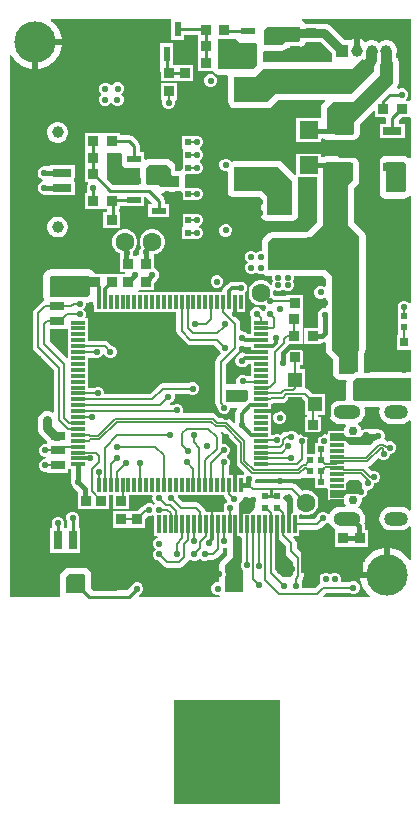
<source format=gtl>
G04*
G04 #@! TF.GenerationSoftware,Altium Limited,Altium Designer,23.5.1 (21)*
G04*
G04 Layer_Physical_Order=1*
G04 Layer_Color=255*
%FSLAX44Y44*%
%MOMM*%
G71*
G04*
G04 #@! TF.SameCoordinates,D8F5AE86-2F01-4A25-AC6E-D886633190FF*
G04*
G04*
G04 #@! TF.FilePolarity,Positive*
G04*
G01*
G75*
%ADD11C,0.2540*%
%ADD14C,0.2032*%
%ADD17C,0.1524*%
%ADD19R,0.5500X0.6000*%
%ADD20R,1.2700X1.2700*%
%ADD21R,0.7620X0.7620*%
%ADD22R,1.2700X1.2700*%
%ADD23R,0.9000X0.8500*%
%ADD24R,0.8500X0.9000*%
%ADD25R,0.6000X1.3000*%
%ADD26R,1.3000X0.6000*%
%ADD27R,2.0000X2.0000*%
%ADD28R,1.6500X1.5000*%
G04:AMPARAMS|DCode=29|XSize=1.524mm|YSize=3.429mm|CornerRadius=0mm|HoleSize=0mm|Usage=FLASHONLY|Rotation=270.000|XOffset=0mm|YOffset=0mm|HoleType=Round|Shape=Octagon|*
%AMOCTAGOND29*
4,1,8,1.7145,0.3810,1.7145,-0.3810,1.3335,-0.7620,-1.3335,-0.7620,-1.7145,-0.3810,-1.7145,0.3810,-1.3335,0.7620,1.3335,0.7620,1.7145,0.3810,0.0*
%
%ADD29OCTAGOND29*%

%ADD30R,1.6000X0.7000*%
%ADD31R,2.4000X0.7000*%
%ADD32R,2.7000X1.0000*%
%ADD33O,2.7000X1.0000*%
%ADD34R,1.7500X2.2000*%
%ADD35R,1.2000X1.3000*%
%ADD36R,0.5000X0.5000*%
%ADD37R,0.6000X0.5500*%
%ADD38R,9.0000X8.8000*%
%ADD39R,2.2000X2.2000*%
%ADD40R,0.3000X1.5000*%
%ADD41R,1.1500X0.3000*%
%ADD42R,1.1481X0.2997*%
%ADD43R,0.8000X1.6000*%
%ADD44R,2.0000X3.0000*%
%ADD45R,2.5000X2.1000*%
%ADD46R,1.3000X0.8000*%
%ADD47R,1.6000X0.8000*%
%ADD48R,3.0000X2.0000*%
%ADD49R,0.3000X1.2000*%
%ADD50R,1.2000X0.3000*%
%ADD90C,1.6000*%
%ADD91C,0.3810*%
%ADD92C,0.3048*%
%ADD93C,0.1270*%
%ADD94C,0.5080*%
%ADD95C,1.0160*%
%ADD96C,0.7620*%
%ADD97C,0.8890*%
%ADD98C,1.0000*%
%ADD99O,2.3000X1.2000*%
%ADD100O,2.0000X1.2000*%
%ADD101C,0.7500*%
%ADD102R,1.0000X1.0000*%
%ADD103C,3.5000*%
%ADD104C,0.5588*%
G36*
X251206Y487934D02*
Y477012D01*
X249936Y475742D01*
X238506D01*
X235712Y472948D01*
X220726D01*
Y485648D01*
X223520Y488442D01*
X250698D01*
X251206Y487934D01*
D02*
G37*
G36*
X277848Y466063D02*
Y459312D01*
X277848D01*
X277801Y458061D01*
X272388D01*
X272388Y458061D01*
X272387Y458061D01*
X220218D01*
X219555Y458605D01*
Y467000D01*
X220537Y467806D01*
X220726Y467769D01*
X235712D01*
X237694Y468163D01*
X239375Y469286D01*
X239375Y469286D01*
X240651Y470563D01*
X249936D01*
X249936Y470563D01*
X251918Y470957D01*
X253598Y472080D01*
X253959Y472440D01*
X254869Y473349D01*
X255991Y475030D01*
X256082Y475489D01*
X268422D01*
X277848Y466063D01*
D02*
G37*
G36*
X326698Y458367D02*
X328049Y458729D01*
X328338Y458896D01*
X329438Y458261D01*
X329438Y440690D01*
X296418Y407670D01*
X296418Y397864D01*
X273558D01*
Y418846D01*
X279146Y424434D01*
X295402D01*
X318770Y447802D01*
Y451979D01*
X318770Y451979D01*
Y454976D01*
X318843Y455370D01*
X318843Y455370D01*
X318904Y455681D01*
X318935Y455756D01*
X318966Y455910D01*
X318966Y456101D01*
X319026Y456282D01*
X319032Y456332D01*
X319025Y456438D01*
X319054Y456541D01*
X319051Y456570D01*
X319488Y457627D01*
X319515Y457827D01*
X320892Y458562D01*
X321618Y458367D01*
Y468122D01*
X326698D01*
Y458367D01*
D02*
G37*
G36*
X200406Y474472D02*
X213614D01*
X214376Y473710D01*
Y455676D01*
X211582Y452882D01*
X182118D01*
X181610Y453390D01*
Y477774D01*
X197104D01*
X200406Y474472D01*
D02*
G37*
G36*
X305469Y460056D02*
X307767Y458729D01*
X310331Y458042D01*
X312803D01*
X312819Y458041D01*
X313347Y457781D01*
X313892Y456970D01*
X313886Y456921D01*
X313855Y456767D01*
Y456767D01*
X313824Y456692D01*
X313763Y456381D01*
Y456343D01*
X313748Y456307D01*
X313676Y455913D01*
X313682Y455519D01*
X313663Y455433D01*
X313672Y455386D01*
X313591Y454976D01*
Y451979D01*
X313590Y451979D01*
Y451004D01*
X293878Y431292D01*
X230124D01*
X223266Y424434D01*
X195326Y424434D01*
Y445770D01*
X213106D01*
X220218Y452882D01*
X272387D01*
X272388Y452882D01*
X272388Y452882D01*
X295656D01*
X302861Y460087D01*
X304495Y461030D01*
X305469Y460056D01*
D02*
G37*
G36*
X141911Y477090D02*
X152991D01*
Y480951D01*
X164412D01*
Y479000D01*
X164412Y479000D01*
X164281Y478690D01*
X164281D01*
X164281Y477784D01*
Y465990D01*
X164281Y465110D01*
X164281D01*
X164282Y464720D01*
X164282D01*
Y451140D01*
X177004D01*
X177948Y449728D01*
X178456Y449220D01*
X180136Y448097D01*
X182118Y447702D01*
X189530D01*
X190336Y446721D01*
X190147Y445770D01*
Y424434D01*
X190541Y422452D01*
X191663Y420771D01*
X193344Y419649D01*
X195326Y419254D01*
X223266Y419254D01*
X225248Y419649D01*
X226928Y420771D01*
X226929Y420771D01*
X232269Y426113D01*
X271840D01*
X272326Y424939D01*
X269895Y422509D01*
X268773Y420828D01*
X268379Y418846D01*
Y410866D01*
X247528D01*
Y390786D01*
X269108D01*
Y393538D01*
X270378Y393879D01*
X271576Y393078D01*
X273558Y392684D01*
X296418D01*
X298400Y393078D01*
X300081Y394201D01*
X301203Y395881D01*
X301597Y397864D01*
X301597Y405524D01*
X313345Y417272D01*
X314518Y416786D01*
Y411802D01*
X323262D01*
X323973Y410936D01*
Y405850D01*
X318612D01*
Y393770D01*
X339692D01*
Y405850D01*
X334332D01*
Y408791D01*
X337343Y411802D01*
X344098D01*
X344586Y410734D01*
Y377259D01*
X343316Y376733D01*
X342752Y377296D01*
X341072Y378419D01*
X339090Y378814D01*
X323442D01*
X321459Y378419D01*
X319779Y377296D01*
X318813Y375850D01*
X318612D01*
Y375394D01*
X318262Y373634D01*
Y347980D01*
X318656Y345998D01*
X319779Y344318D01*
X321459Y343195D01*
X323442Y342800D01*
X338582D01*
X340564Y343195D01*
X342244Y344318D01*
X343316Y345389D01*
X344586Y344863D01*
Y313782D01*
D01*
Y298704D01*
Y254688D01*
X343316Y254269D01*
X342112Y255474D01*
X340151Y256286D01*
X338029D01*
X336068Y255474D01*
X334568Y253974D01*
X333756Y252013D01*
D01*
Y249891D01*
Y249890D01*
X333800Y248720D01*
X333800D01*
Y237640D01*
Y228140D01*
X333756Y228102D01*
Y227330D01*
X332740D01*
Y214630D01*
X344586D01*
Y195679D01*
X304800D01*
Y210562D01*
X304800Y211070D01*
X304800Y211072D01*
X304801Y211073D01*
X304816Y211096D01*
X305155Y211914D01*
X305161Y211943D01*
X305161Y211943D01*
X305522Y212304D01*
X305550Y212347D01*
X305746Y212818D01*
X306000Y213198D01*
X306000Y213199D01*
X306029Y213243D01*
X306129Y213743D01*
X306324Y214214D01*
X306324Y214724D01*
X306423Y215225D01*
Y310896D01*
X306029Y312878D01*
X304907Y314559D01*
X296772Y322693D01*
Y351677D01*
X299573Y354478D01*
X300695Y356158D01*
X301089Y358140D01*
Y372036D01*
X300990Y372536D01*
Y373046D01*
X300795Y373518D01*
X300695Y374018D01*
X300412Y374442D01*
X300217Y374914D01*
X299856Y375453D01*
X299495Y375814D01*
X299212Y376238D01*
X298768Y376682D01*
X298344Y376965D01*
X297983Y377326D01*
X297584Y377593D01*
X297584Y377593D01*
X297584Y377593D01*
X297113Y377788D01*
X297088Y377804D01*
X297059Y377810D01*
X296242Y378149D01*
X296217Y378165D01*
X296188Y378171D01*
X295717Y378366D01*
X295246Y378460D01*
X294736D01*
X294235Y378559D01*
X283770Y378559D01*
X273306D01*
X273088Y378516D01*
X272753D01*
X272470Y378460D01*
X272296D01*
X272077Y378417D01*
D01*
D01*
X271916Y378350D01*
X270770Y378122D01*
X270228Y377759D01*
X269108Y378358D01*
Y380866D01*
X247528D01*
Y363182D01*
X246355Y362696D01*
X235564Y373487D01*
X233884Y374609D01*
X231902Y375004D01*
X196088D01*
X196088Y375004D01*
X194106Y374609D01*
X193393Y374133D01*
X192613Y374370D01*
X191112Y375870D01*
X189152Y376682D01*
X187030D01*
X185069Y375870D01*
X183569Y374370D01*
X182757Y372409D01*
Y370287D01*
X183569Y368326D01*
X185069Y366826D01*
X187030Y366014D01*
X189152D01*
X189893Y365519D01*
Y348996D01*
X190287Y347014D01*
X191409Y345334D01*
X193090Y344211D01*
X195072Y343816D01*
X216803D01*
X217579Y343041D01*
Y329438D01*
X217579Y329438D01*
X217579Y329438D01*
X217775Y328452D01*
X217973Y327456D01*
X217973Y327456D01*
X217973Y327456D01*
X218078Y327202D01*
X218643Y326357D01*
X219201Y325522D01*
X219201Y325522D01*
X219201Y325521D01*
X220037Y324963D01*
X220881Y324399D01*
X220881Y324399D01*
X220881Y324399D01*
X221877Y324201D01*
X222863Y324005D01*
X244348D01*
X246330Y324399D01*
X248011Y325522D01*
X249133Y327202D01*
X249527Y329184D01*
Y357378D01*
X249527Y357378D01*
X249133Y359360D01*
X248929Y359666D01*
X249528Y360786D01*
X265585D01*
Y322693D01*
X257189Y314298D01*
X226822D01*
X224840Y313903D01*
X223160Y312780D01*
X223160Y312780D01*
X220366Y309986D01*
X219243Y308306D01*
X218848Y306324D01*
Y298704D01*
X216771D01*
X214810Y297892D01*
X213691Y296773D01*
X212572Y297892D01*
X210611Y298704D01*
X208489D01*
X206528Y297892D01*
X205028Y296392D01*
X204216Y294431D01*
Y292309D01*
X205028Y290348D01*
X205749Y289628D01*
X206484Y288798D01*
X205749Y287968D01*
X205028Y287248D01*
X204216Y285287D01*
Y283165D01*
X205028Y281204D01*
X206528Y279704D01*
X208489Y278892D01*
X210611D01*
X212572Y279704D01*
X213691Y280823D01*
X214810Y279704D01*
X216771Y278892D01*
X218893D01*
X219858Y279292D01*
X220366Y278531D01*
X222046Y277409D01*
X224028Y277015D01*
X227257D01*
X227330Y276905D01*
Y274783D01*
X228142Y272822D01*
X228169Y272796D01*
X228142Y272770D01*
X227330Y270809D01*
Y270101D01*
X227329Y270100D01*
X226060Y269668D01*
X224404Y271324D01*
X222000Y272712D01*
X219320Y273430D01*
X216544D01*
X213864Y272712D01*
X211460Y271324D01*
X209498Y269362D01*
X208110Y266958D01*
X207392Y264278D01*
Y261502D01*
X208110Y258822D01*
X209498Y256418D01*
X211460Y254456D01*
X213864Y253068D01*
X216544Y252350D01*
X219320D01*
X220984Y252796D01*
X221030Y252684D01*
X222530Y251184D01*
X222564Y251170D01*
Y249900D01*
X222530Y249886D01*
X221030Y248386D01*
X220579Y247296D01*
X220323Y247188D01*
X218968Y247602D01*
X218644Y248386D01*
X217143Y249886D01*
X215183Y250698D01*
X213061D01*
X211101Y249886D01*
X209600Y248386D01*
X208788Y246425D01*
Y244303D01*
X209315Y243031D01*
X209676Y241840D01*
X209676Y241840D01*
X209676Y241840D01*
Y233760D01*
Y228239D01*
X206648D01*
X205950Y228936D01*
X204186Y230115D01*
X202105Y230529D01*
X201418D01*
X200242Y231401D01*
Y236474D01*
X199887Y238258D01*
X198876Y239770D01*
X193060Y245587D01*
X193546Y246760D01*
X194756D01*
Y251734D01*
X195448Y252434D01*
X196676Y252041D01*
Y246760D01*
X204756D01*
Y263359D01*
X204760Y263362D01*
X205057Y263808D01*
X205436Y264186D01*
X205641Y264681D01*
X205938Y265127D01*
X206043Y265652D01*
X206248Y266147D01*
Y266683D01*
X206353Y267208D01*
X206248Y267733D01*
Y268269D01*
X206043Y268764D01*
X205938Y269289D01*
X205641Y269735D01*
X205436Y270229D01*
X205057Y270608D01*
X204760Y271054D01*
X204314Y271351D01*
X203936Y271730D01*
X203441Y271935D01*
X202995Y272232D01*
X202470Y272337D01*
X201975Y272542D01*
X201439D01*
X200914Y272647D01*
X200389Y272542D01*
X199853D01*
X199492Y272393D01*
X193548D01*
X191467Y271978D01*
X189702Y270800D01*
X186870Y267968D01*
X185692Y266203D01*
X185278Y264122D01*
Y263840D01*
X113790D01*
X113719Y264170D01*
X114572Y265117D01*
X126932D01*
Y270957D01*
X130104Y274129D01*
X131367Y276019D01*
X131811Y278249D01*
X131367Y280479D01*
X130104Y282369D01*
X128214Y283633D01*
X126932Y283888D01*
Y294697D01*
X127646Y295672D01*
X129798Y296248D01*
X132202Y297636D01*
X134164Y299598D01*
X135552Y302002D01*
X136270Y304682D01*
Y307458D01*
X135552Y310138D01*
X134164Y312542D01*
X132202Y314504D01*
X129798Y315892D01*
X127118Y316610D01*
X124342D01*
X121662Y315892D01*
X119258Y314504D01*
X117296Y312542D01*
X115908Y310138D01*
X115190Y307458D01*
Y304682D01*
X115908Y302002D01*
X116232Y301441D01*
X116022Y301300D01*
X114759Y299410D01*
X114315Y297180D01*
Y295438D01*
X113352Y294697D01*
X112200Y294443D01*
Y294443D01*
X112200Y294443D01*
X109799D01*
Y298430D01*
X110967Y299598D01*
X112355Y302002D01*
X113073Y304682D01*
Y307458D01*
X112355Y310138D01*
X110967Y312542D01*
X109005Y314504D01*
X106602Y315892D01*
X103921Y316610D01*
X101146D01*
X98465Y315892D01*
X96062Y314504D01*
X94099Y312542D01*
X92712Y310138D01*
X91993Y307458D01*
Y304682D01*
X92712Y302002D01*
X94099Y299598D01*
X96062Y297636D01*
X98145Y296433D01*
Y288841D01*
X98588Y286612D01*
X98620Y286564D01*
Y280363D01*
X102355D01*
X103034Y279093D01*
X102934Y278943D01*
X98620Y278943D01*
X97401Y278820D01*
X84650D01*
Y278820D01*
X84260D01*
Y278820D01*
X77697D01*
X77069Y279760D01*
X75545Y281285D01*
X73864Y282407D01*
X71882Y282801D01*
X39878D01*
X39878Y282801D01*
X37896Y282407D01*
X36216Y281285D01*
X36216Y281284D01*
X35199Y280268D01*
X34077Y278588D01*
X33682Y276606D01*
Y259842D01*
X34077Y257860D01*
X34435Y257324D01*
X33850Y255913D01*
X33306Y255805D01*
X31794Y254794D01*
X26168Y249168D01*
X25157Y247656D01*
X24802Y245872D01*
Y217170D01*
X25157Y215386D01*
X26168Y213874D01*
X42328Y197713D01*
Y162181D01*
X41058Y161554D01*
X40673Y161850D01*
X38819Y162618D01*
X36830Y162880D01*
X34841Y162618D01*
X32987Y161850D01*
X31395Y160629D01*
X30174Y159037D01*
X29406Y157183D01*
X29144Y155194D01*
Y148336D01*
X29406Y146347D01*
X30174Y144493D01*
X31395Y142901D01*
X32665Y141631D01*
X33069Y141321D01*
X36680Y137711D01*
Y136047D01*
X36421Y134874D01*
X34299D01*
X32339Y134062D01*
X30838Y132562D01*
X30026Y130601D01*
Y128479D01*
X30838Y126518D01*
X32339Y125018D01*
X34299Y124206D01*
X35709D01*
X36102Y123644D01*
X35440Y122374D01*
X34299D01*
X32339Y121562D01*
X30838Y120062D01*
X30026Y118101D01*
Y115979D01*
X30838Y114018D01*
X32339Y112518D01*
X34299Y111706D01*
X36421D01*
X36680Y111533D01*
Y110500D01*
X54760D01*
Y113760D01*
X57389D01*
Y102616D01*
X57833Y100386D01*
X59096Y98496D01*
X62541Y95050D01*
X62552Y93785D01*
X62552D01*
Y79705D01*
X89340D01*
Y91760D01*
X92270D01*
Y79703D01*
X105850D01*
Y91760D01*
X125376D01*
X126081Y90704D01*
X125984Y90469D01*
Y88347D01*
X126796Y86386D01*
X127833Y85349D01*
X127737Y84021D01*
X126804Y83686D01*
X126466Y84024D01*
X124505Y84836D01*
X122383D01*
X120422Y84024D01*
X119667Y83268D01*
X118476Y83031D01*
X116963Y82021D01*
X113228Y78285D01*
X107119D01*
X106240Y78285D01*
Y78285D01*
X105850Y78283D01*
Y78283D01*
X92270D01*
Y64203D01*
X104971D01*
X105850Y64203D01*
Y64203D01*
X106240Y64205D01*
Y64205D01*
X119820D01*
Y71692D01*
X122191Y74063D01*
X122666D01*
X123195Y74168D01*
X124505D01*
X126008Y74791D01*
X127278Y74133D01*
Y57016D01*
X130189D01*
X130442Y55746D01*
X128805Y55068D01*
X127304Y53568D01*
X126492Y51607D01*
Y49485D01*
X127304Y47524D01*
X128728Y46101D01*
X127304Y44678D01*
X126492Y42717D01*
Y40595D01*
X127304Y38635D01*
X128805Y37134D01*
X130428Y36462D01*
X135134Y31756D01*
X136646Y30745D01*
X138430Y30390D01*
X148880D01*
X150664Y30745D01*
X152176Y31756D01*
X156204Y35784D01*
X156928Y36867D01*
X158392Y37199D01*
X158457Y37134D01*
X160417Y36322D01*
X162539D01*
X164499Y37134D01*
X165956Y38591D01*
X167412Y37134D01*
X169373Y36322D01*
X171495D01*
X173118Y36994D01*
X177292D01*
X179076Y37349D01*
X180588Y38360D01*
X184614Y42386D01*
X185625Y43898D01*
X185980Y45682D01*
Y47244D01*
X187751D01*
X187820Y47273D01*
X188876Y46567D01*
Y41007D01*
X184044Y36174D01*
X182921Y34494D01*
X182526Y32512D01*
Y26566D01*
X182780Y25289D01*
Y24495D01*
X182526Y23218D01*
Y18023D01*
X182163Y17780D01*
X180041D01*
X178081Y16968D01*
X176580Y15467D01*
X175768Y13507D01*
Y11385D01*
X176580Y9424D01*
X178081Y7924D01*
X180041Y7112D01*
X182163D01*
X182426Y7221D01*
X182921Y6676D01*
X182350Y5414D01*
X114982D01*
X114496Y6587D01*
X115653Y7744D01*
X116026Y7899D01*
X117527Y9399D01*
X118339Y11360D01*
Y13482D01*
X117527Y15442D01*
X116026Y16943D01*
X114066Y17755D01*
X111944D01*
X109983Y16943D01*
X108483Y15442D01*
X108328Y15069D01*
X104281Y11021D01*
X75350D01*
X74295Y11965D01*
Y24106D01*
X73900Y26089D01*
X72778Y27769D01*
X71650Y28897D01*
X69970Y30019D01*
X67987Y30413D01*
X55808D01*
X53826Y30019D01*
X52146Y28897D01*
X48916Y25666D01*
X47793Y23986D01*
X47399Y22004D01*
Y9144D01*
X47793Y7162D01*
X48112Y6684D01*
X47433Y5414D01*
X5414D01*
X5414Y464037D01*
X6660Y464285D01*
X6660Y464284D01*
X9131Y460586D01*
X12276Y457441D01*
X15974Y454970D01*
X20084Y453268D01*
X24130Y452463D01*
Y474980D01*
X26670D01*
Y477520D01*
X49187D01*
X48382Y481566D01*
X46680Y485676D01*
X44209Y489374D01*
X41064Y492519D01*
X39789Y493371D01*
X40158Y494586D01*
X141911D01*
Y477090D01*
D02*
G37*
G36*
X344586Y426450D02*
X343316Y425382D01*
X340995D01*
X340469Y426652D01*
X341580Y427762D01*
X342392Y429723D01*
Y431845D01*
X341580Y433806D01*
X340079Y435306D01*
X338119Y436118D01*
X335997D01*
X335624Y435964D01*
X333620D01*
X333238Y437234D01*
X334223Y438708D01*
X334618Y440690D01*
X334618Y458261D01*
X334485Y458926D01*
X334441Y459602D01*
X334290Y459908D01*
X334223Y460243D01*
X333847Y460806D01*
X333547Y461414D01*
X333290Y461640D01*
X333101Y461923D01*
X332537Y462300D01*
X332484Y462346D01*
Y465157D01*
X332968Y466962D01*
Y469282D01*
X332368Y471522D01*
X331208Y473531D01*
X329567Y475172D01*
X327559Y476332D01*
X325318Y476932D01*
X322998D01*
X320757Y476332D01*
X318748Y475172D01*
X317908Y474331D01*
X317068Y475172D01*
X315058Y476332D01*
X312818Y476932D01*
X310498D01*
X308258Y476332D01*
X306321Y475214D01*
X305347Y476188D01*
X303049Y477515D01*
X301698Y477877D01*
Y468122D01*
X296618D01*
Y477877D01*
X295267Y477515D01*
X294257Y476932D01*
X288717D01*
X277040Y488609D01*
X275448Y489830D01*
X273595Y490598D01*
X271606Y490860D01*
X255361D01*
X254869Y491596D01*
X254361Y492104D01*
X252680Y493227D01*
X252234Y493316D01*
X252359Y494586D01*
X344586D01*
Y426450D01*
D02*
G37*
G36*
X340360Y372364D02*
Y349758D01*
X338582Y347980D01*
X323442D01*
Y373634D01*
X339090D01*
X340360Y372364D01*
D02*
G37*
G36*
X244348Y357378D02*
Y329184D01*
X222863D01*
X222758Y329438D01*
Y345186D01*
X218948Y348996D01*
X195072D01*
Y368808D01*
X196088Y369824D01*
X231902D01*
X244348Y357378D01*
D02*
G37*
G36*
X272696Y275015D02*
Y268382D01*
X271523Y267896D01*
X271500Y267920D01*
X269539Y268732D01*
X267417D01*
X265457Y267920D01*
X263956Y266420D01*
X263144Y264459D01*
Y262337D01*
X263956Y260376D01*
X265457Y258876D01*
X267417Y258064D01*
X269539D01*
X271500Y258876D01*
X271523Y258900D01*
X272696Y258414D01*
Y251181D01*
X271780Y250429D01*
X269550Y249985D01*
X267660Y248722D01*
X266397Y246832D01*
X265953Y244602D01*
Y233358D01*
X254709D01*
Y219778D01*
X268789D01*
Y220741D01*
X269548D01*
X271427Y221115D01*
X272696Y220387D01*
Y214884D01*
X273091Y212902D01*
X274214Y211222D01*
X278792Y206643D01*
Y195462D01*
X278792Y195462D01*
X278792Y195462D01*
X278978Y194531D01*
X279187Y193480D01*
X279187Y193480D01*
X279187Y193480D01*
X279727Y192671D01*
X280310Y191800D01*
X280310Y191800D01*
X280310Y191799D01*
X281208Y190901D01*
X281208Y190901D01*
X281208Y190901D01*
X282045Y190343D01*
X282888Y189779D01*
X282889Y189779D01*
X282889Y189778D01*
X283910Y189576D01*
X284871Y189385D01*
X284871Y189385D01*
X284871Y189385D01*
X289606Y189386D01*
X290412Y188404D01*
X290222Y187452D01*
Y173482D01*
X290275Y173220D01*
X290249Y172955D01*
X289363Y171734D01*
X285092D01*
X282531Y171397D01*
X280144Y170408D01*
X278095Y168836D01*
X276523Y166786D01*
X275534Y164400D01*
X275197Y161839D01*
X275534Y159278D01*
X276523Y156892D01*
X278095Y154843D01*
X280144Y153270D01*
X282531Y152282D01*
X285092Y151945D01*
X289307D01*
X289833Y150674D01*
X289542Y150383D01*
X288547Y148659D01*
X288234Y147492D01*
X286794Y147779D01*
X282592D01*
X280511Y147365D01*
X279039Y146381D01*
X274302D01*
Y143772D01*
X273259Y142829D01*
X272533Y143130D01*
X270411D01*
X268451Y142318D01*
X266950Y140817D01*
X266138Y138857D01*
Y136735D01*
X265527Y135820D01*
X263593D01*
Y126512D01*
X256884D01*
Y135112D01*
X257556Y136735D01*
Y138857D01*
X256744Y140817D01*
X255243Y142318D01*
X253283Y143130D01*
X251161D01*
X250062Y142675D01*
X248456Y143233D01*
X248142Y143991D01*
X246641Y145492D01*
X244681Y146304D01*
X242559D01*
X240766Y145561D01*
X239205D01*
X237422Y145206D01*
X235909Y144196D01*
X234413Y142699D01*
X232455Y143510D01*
X230333D01*
X228372Y142698D01*
X228324Y142650D01*
X226756D01*
Y153760D01*
Y161840D01*
X221475D01*
X221082Y163068D01*
X221782Y163760D01*
X226756D01*
Y168619D01*
X227000Y168667D01*
X228424Y169619D01*
X236143D01*
X237927Y169974D01*
X239440Y170984D01*
X241296Y172841D01*
X253407D01*
X255230Y171018D01*
Y159530D01*
X257218D01*
Y157920D01*
X254840D01*
Y144340D01*
X268920D01*
Y157920D01*
X266542D01*
Y159530D01*
X272310D01*
Y177610D01*
X261822D01*
X258634Y180799D01*
X257122Y181809D01*
X255338Y182164D01*
X255310D01*
Y198610D01*
X251042D01*
Y201490D01*
X253420D01*
Y215070D01*
X240459D01*
X239932Y216340D01*
X240532Y216940D01*
X241543Y218452D01*
X241807Y219778D01*
X253289D01*
Y233358D01*
X253289D01*
Y233748D01*
X253289D01*
Y247328D01*
X253289D01*
X253350Y247591D01*
X253350Y247591D01*
X253350Y248573D01*
Y261171D01*
X239270D01*
Y260367D01*
X229483D01*
X228472Y261502D01*
Y264278D01*
X228354Y264719D01*
X229492Y265376D01*
X229643Y265226D01*
X231603Y264414D01*
X233725D01*
X235686Y265226D01*
X236728Y266269D01*
X237771Y265226D01*
X239731Y264414D01*
X241853D01*
X243813Y265226D01*
X245314Y266726D01*
X246126Y268687D01*
Y270809D01*
X245314Y272770D01*
X245287Y272796D01*
X245314Y272822D01*
X246126Y274783D01*
Y276905D01*
X246199Y277015D01*
X270697D01*
X272696Y275015D01*
D02*
G37*
G36*
X73406Y276098D02*
Y262382D01*
X70866Y259842D01*
X38862D01*
Y276606D01*
X39878Y277622D01*
X71882D01*
X73406Y276098D01*
D02*
G37*
G36*
X75015Y255410D02*
X75295Y255214D01*
X75691Y253219D01*
X76676Y251745D01*
Y246760D01*
X146054D01*
Y230886D01*
X146409Y229102D01*
X147420Y227590D01*
X154913Y220097D01*
X156425Y219086D01*
X158209Y218731D01*
X178536D01*
X182372Y214896D01*
Y214839D01*
X183184Y212878D01*
X184321Y211742D01*
X180600Y208020D01*
X179589Y206508D01*
X179234Y204724D01*
Y169502D01*
X179589Y167718D01*
X180600Y166206D01*
X181356Y165449D01*
Y164547D01*
X182168Y162586D01*
X183668Y161086D01*
X185629Y160274D01*
X187751D01*
X189711Y161086D01*
X191212Y162586D01*
X192024Y164547D01*
Y165763D01*
X197306D01*
X197792Y164589D01*
X197576Y164374D01*
X196397Y162609D01*
X195984Y160528D01*
Y153349D01*
X194810Y152863D01*
X191814Y155859D01*
X190344Y156841D01*
X188609Y157186D01*
X182613D01*
X180130Y159669D01*
X178660Y160651D01*
X176925Y160996D01*
X152660D01*
X151954Y162052D01*
X152146Y162515D01*
Y164637D01*
X151334Y166597D01*
X149833Y168098D01*
X147873Y168910D01*
X145751D01*
X143791Y168098D01*
X143542Y167850D01*
X141047D01*
X140561Y169023D01*
X141707Y170169D01*
X142467Y170484D01*
X143968Y171985D01*
X144780Y173945D01*
Y176067D01*
X144747Y176147D01*
X145453Y177202D01*
X157336D01*
X158959Y176530D01*
X161081D01*
X163041Y177342D01*
X164542Y178843D01*
X165354Y180803D01*
Y182925D01*
X164542Y184886D01*
X163041Y186386D01*
X161081Y187198D01*
X158959D01*
X157336Y186526D01*
X134874D01*
X133090Y186171D01*
X131578Y185160D01*
X123879Y177462D01*
X85344D01*
Y179369D01*
X84532Y181329D01*
X83032Y182830D01*
X81071Y183642D01*
X78949D01*
X76989Y182830D01*
X76874Y182716D01*
X71756D01*
Y188760D01*
Y198760D01*
Y208138D01*
X76004D01*
X77627Y207466D01*
X79749D01*
X81709Y208278D01*
X83210Y209778D01*
X83766Y211121D01*
X85195Y211488D01*
X85230Y211454D01*
X85902Y209830D01*
X87402Y208330D01*
X89363Y207518D01*
X91485D01*
X93446Y208330D01*
X94946Y209830D01*
X95758Y211791D01*
Y213913D01*
X94946Y215874D01*
X93446Y217374D01*
X91822Y218046D01*
X88772Y221096D01*
X87260Y222107D01*
X85476Y222462D01*
X71756D01*
Y233760D01*
Y241840D01*
X69929D01*
X69224Y242896D01*
X69596Y243795D01*
Y245917D01*
X68784Y247878D01*
X67487Y249174D01*
X68784Y250471D01*
X69596Y252431D01*
Y254553D01*
X69669Y254662D01*
X70866D01*
X72848Y255057D01*
X74008Y255831D01*
X75015Y255410D01*
D02*
G37*
G36*
X54506Y232528D02*
X54676Y231328D01*
Y218760D01*
Y207966D01*
X53406Y207440D01*
X38952Y221895D01*
Y232528D01*
X54506D01*
D02*
G37*
G36*
X294706Y373286D02*
X295106Y373019D01*
X295549Y372576D01*
X295910Y372036D01*
Y358140D01*
X291592Y353822D01*
Y320548D01*
X301244Y310896D01*
Y215225D01*
X301215Y215181D01*
X300855Y214821D01*
X300729Y214518D01*
X300528Y214259D01*
X300479Y214080D01*
X300375Y213925D01*
X300370Y213896D01*
X300031Y213079D01*
X300015Y213054D01*
X299915Y212552D01*
X299719Y212079D01*
X299720Y211571D01*
X299620Y211072D01*
X299620Y210562D01*
X299620Y210562D01*
X299620Y210562D01*
Y195679D01*
X298450D01*
X296468Y195285D01*
X295392Y194566D01*
X284870Y194564D01*
X283972Y195462D01*
Y208788D01*
X277876Y214884D01*
Y277160D01*
X272842Y282194D01*
X224028D01*
Y306324D01*
X226822Y309118D01*
X259334D01*
X270764Y320548D01*
Y371348D01*
X272753Y373337D01*
X273088D01*
X273306Y373380D01*
X294235Y373380D01*
X294706Y373286D01*
D02*
G37*
G36*
X202314Y217775D02*
X204395Y217362D01*
X209676D01*
Y213760D01*
X208622Y213239D01*
X204395D01*
X202314Y212824D01*
X200550Y211646D01*
X199464Y210559D01*
X199336Y210534D01*
X198891Y210236D01*
X198396Y210031D01*
X198017Y209653D01*
X197572Y209355D01*
X197274Y208910D01*
X196896Y208531D01*
X196691Y208036D01*
X196393Y207591D01*
X196289Y207065D01*
X196084Y206570D01*
Y206035D01*
X195979Y205509D01*
X196084Y204984D01*
Y204449D01*
X196289Y203954D01*
X196393Y203428D01*
X196691Y202983D01*
X196896Y202488D01*
X197274Y202109D01*
X197572Y201664D01*
X198017Y201366D01*
X198396Y200987D01*
X198891Y200783D01*
X199336Y200485D01*
X199862Y200380D01*
X200357Y200175D01*
X200892D01*
X201418Y200071D01*
X202105D01*
X204186Y200485D01*
X205950Y201664D01*
X206648Y202362D01*
X209676D01*
Y192542D01*
X205315D01*
X203499Y193294D01*
X201377D01*
X199417Y192482D01*
X197916Y190982D01*
X197104Y189021D01*
Y186899D01*
X196522Y186028D01*
X188722D01*
X188722Y186028D01*
X188558Y186162D01*
Y202793D01*
X198876Y213112D01*
X199887Y214624D01*
X200242Y216408D01*
Y217633D01*
X201512Y218312D01*
X202314Y217775D01*
D02*
G37*
G36*
X344586Y171196D02*
X339141D01*
X338653Y171398D01*
X336092Y171735D01*
X328092D01*
X325531Y171398D01*
X325043Y171196D01*
X299137D01*
X298653Y171397D01*
X297830Y171505D01*
X295402Y173482D01*
Y187452D01*
X298450Y190500D01*
X344586D01*
Y171196D01*
D02*
G37*
G36*
X206756Y179832D02*
Y172853D01*
X206613Y172824D01*
X204848Y171646D01*
X204145Y170942D01*
X189048D01*
X188558Y171433D01*
Y180684D01*
X188722Y180848D01*
X205740D01*
X206756Y179832D01*
D02*
G37*
G36*
X318766Y164960D02*
X318534Y164402D01*
X318197Y161841D01*
X318534Y159280D01*
X319523Y156893D01*
X321095Y154844D01*
X323144Y153272D01*
X325531Y152283D01*
X328092Y151946D01*
X336092D01*
X338653Y152283D01*
X341039Y153272D01*
X343088Y154844D01*
X343383Y155229D01*
X344586Y154820D01*
Y78861D01*
X343383Y78453D01*
X343089Y78837D01*
X341040Y80409D01*
X338653Y81398D01*
X336092Y81735D01*
X328092D01*
X325531Y81398D01*
X323145Y80409D01*
X321096Y78837D01*
X319523Y76788D01*
X318535Y74401D01*
X318197Y71840D01*
X318535Y69279D01*
X319523Y66893D01*
X321096Y64844D01*
X323145Y63271D01*
X325531Y62283D01*
X328092Y61946D01*
X336092D01*
X338653Y62283D01*
X341040Y63271D01*
X343089Y64844D01*
X343383Y65228D01*
X344586Y64819D01*
Y37049D01*
X343371Y36681D01*
X342139Y38524D01*
X338994Y41669D01*
X335296Y44140D01*
X331186Y45842D01*
X327140Y46647D01*
Y24130D01*
X324600D01*
Y21590D01*
X302083D01*
X302888Y17544D01*
X304590Y13434D01*
X307061Y9736D01*
X310113Y6684D01*
X310050Y6077D01*
X309849Y5414D01*
X270802D01*
X270316Y6587D01*
X272529Y8800D01*
X293480D01*
X295103Y8128D01*
X297225D01*
X299186Y8940D01*
X300686Y10440D01*
X301498Y12401D01*
Y14523D01*
X300686Y16484D01*
X299186Y17984D01*
X297225Y18796D01*
X295103D01*
X293480Y18124D01*
X285958D01*
X285253Y19180D01*
X285496Y19767D01*
Y21889D01*
X284684Y23849D01*
X283183Y25350D01*
X281223Y26162D01*
X279101D01*
X277141Y25350D01*
X276479Y24688D01*
X275818Y25350D01*
X273857Y26162D01*
X271735D01*
X269774Y25350D01*
X268274Y23849D01*
X267462Y21889D01*
Y19767D01*
X268274Y17807D01*
X268232Y17380D01*
X267302Y16758D01*
X263352Y12809D01*
X253390D01*
X252984Y13417D01*
Y15539D01*
X252312Y17162D01*
Y19142D01*
X252698Y19529D01*
X253708Y21041D01*
X254063Y22825D01*
Y38888D01*
X253708Y40672D01*
X252698Y42184D01*
X248248Y46635D01*
Y50800D01*
X247893Y52584D01*
X246882Y54096D01*
X245136Y55843D01*
X245622Y57016D01*
X250358D01*
Y62394D01*
X265176D01*
X266960Y62749D01*
X268472Y63760D01*
X271908Y67196D01*
X273531Y67868D01*
X274389Y68726D01*
X275887Y68428D01*
X276523Y66891D01*
X278096Y64842D01*
X280145Y63270D01*
X280333Y63192D01*
X280738Y62033D01*
X280738Y62033D01*
X280738Y62033D01*
Y47953D01*
X294318D01*
Y47953D01*
X294708D01*
Y47953D01*
X308288D01*
Y62033D01*
X306334D01*
Y65208D01*
X305890Y67438D01*
X305271Y68364D01*
X305650Y69278D01*
X305987Y71839D01*
X305650Y74400D01*
X304661Y76786D01*
X303089Y78835D01*
X301040Y80408D01*
X300378Y80682D01*
X300392Y82051D01*
X301641Y83299D01*
X302637Y85023D01*
X303152Y86946D01*
Y88936D01*
X304261Y89702D01*
X304341Y89718D01*
X304787Y90015D01*
X305282Y90220D01*
X305660Y90599D01*
X306106Y90896D01*
X306403Y91342D01*
X306782Y91721D01*
X306987Y92215D01*
X307285Y92661D01*
X307389Y93186D01*
X307594Y93681D01*
Y94217D01*
X307698Y94742D01*
X307648Y94996D01*
X308338Y96266D01*
X309417D01*
X311378Y97078D01*
X312878Y98579D01*
X313690Y100539D01*
Y101600D01*
X314751D01*
X316712Y102412D01*
X318212Y103912D01*
X319024Y105873D01*
Y107995D01*
X318212Y109956D01*
X316712Y111456D01*
X314751Y112268D01*
X312629D01*
X311725Y111894D01*
X308839Y114779D01*
X309257Y116157D01*
X309790Y116263D01*
X311261Y117246D01*
X317570Y123556D01*
X318720Y122406D01*
X320681Y121594D01*
X322803D01*
X324763Y122406D01*
X326264Y123906D01*
X327076Y125867D01*
Y126492D01*
X327959D01*
X329920Y127304D01*
X331420Y128805D01*
X332232Y130765D01*
Y132887D01*
X331420Y134847D01*
X329920Y136348D01*
X327959Y137160D01*
X325837D01*
X325227Y136907D01*
X325219D01*
X324574Y137553D01*
X323103Y138535D01*
X322947Y138668D01*
X322413Y139822D01*
X322518Y140348D01*
X322723Y140842D01*
Y141378D01*
X322827Y141903D01*
X322723Y142429D01*
Y142964D01*
X322518Y143459D01*
X322413Y143985D01*
X322116Y144430D01*
X321911Y144925D01*
X321532Y145304D01*
X321235Y145749D01*
X321066Y145917D01*
X320621Y146215D01*
X320410Y146425D01*
X320135Y146539D01*
X319302Y147096D01*
X317220Y147510D01*
X308111D01*
X307265Y147678D01*
X305891D01*
X303810Y147264D01*
X302921Y147599D01*
X302637Y148659D01*
X301641Y150383D01*
X300396Y151629D01*
X300384Y152999D01*
X301039Y153270D01*
X303088Y154843D01*
X304661Y156892D01*
X305649Y159278D01*
X305986Y161839D01*
X305649Y164400D01*
X305417Y164960D01*
X306123Y166017D01*
X318060D01*
X318766Y164960D01*
D02*
G37*
G36*
X196592Y134310D02*
Y119586D01*
X196937Y117852D01*
X197920Y116382D01*
X203291Y111010D01*
X203144Y109530D01*
X202682Y108840D01*
X196676D01*
Y104411D01*
X195984Y103711D01*
X194756Y104104D01*
Y108840D01*
X190737D01*
Y116138D01*
X190958Y116358D01*
X191770Y118319D01*
Y120441D01*
X190958Y122402D01*
X189457Y123902D01*
Y125272D01*
X190958Y126772D01*
X191770Y128733D01*
Y130855D01*
X190958Y132816D01*
X189457Y134316D01*
X187497Y135128D01*
X185375D01*
X185002Y135378D01*
Y140716D01*
X184647Y142500D01*
X183636Y144012D01*
X183494Y144155D01*
X183980Y145328D01*
X185575D01*
X196592Y134310D01*
D02*
G37*
G36*
X253616Y106470D02*
Y106470D01*
X263943D01*
Y97521D01*
X274023D01*
X274312Y96371D01*
Y95302D01*
X274342D01*
Y87301D01*
X279077D01*
X280551Y86315D01*
X282633Y85901D01*
X286835D01*
X288237Y86180D01*
X288547Y85023D01*
X289542Y83299D01*
X289838Y83004D01*
X289312Y81734D01*
X285092D01*
X282531Y81396D01*
X280145Y80408D01*
X278096Y78835D01*
X276523Y76786D01*
X276170Y75933D01*
X275916Y75817D01*
X274712Y75732D01*
X273531Y76912D01*
X271571Y77724D01*
X269449D01*
X267488Y76912D01*
X265988Y75412D01*
X265316Y73788D01*
X263245Y71718D01*
X250358D01*
Y75179D01*
X251458Y75814D01*
X251964Y75522D01*
X254644Y74804D01*
X257420D01*
X260100Y75522D01*
X262504Y76910D01*
X264466Y78872D01*
X265854Y81276D01*
X266572Y83956D01*
Y86732D01*
X265854Y89412D01*
X264466Y91816D01*
X262504Y93778D01*
X260100Y95166D01*
X257420Y95884D01*
X254644D01*
X252914Y95420D01*
X247988Y100346D01*
X246392Y101413D01*
X244509Y101788D01*
X213091D01*
Y104387D01*
X213345Y105664D01*
X213378Y105704D01*
X250496D01*
X252231Y106049D01*
X253197Y106694D01*
X253616Y106470D01*
D02*
G37*
G36*
X186409Y90710D02*
X187420Y89198D01*
X189523Y87095D01*
X189398Y85668D01*
X188494Y85294D01*
X186994Y83793D01*
X186182Y81833D01*
Y79711D01*
X186755Y78327D01*
Y77096D01*
X177278D01*
Y69497D01*
X176821Y69214D01*
X175961Y69166D01*
X175842Y69202D01*
X175358Y69750D01*
Y77096D01*
X170980D01*
Y77470D01*
X170625Y79254D01*
X169614Y80766D01*
X166058Y84322D01*
X164546Y85333D01*
X162762Y85688D01*
X152045D01*
X147242Y90490D01*
X147689Y91760D01*
X186200D01*
X186409Y90710D01*
D02*
G37*
G36*
X233022Y54772D02*
X238760Y49034D01*
Y41402D01*
X244740Y35422D01*
Y24756D01*
X244354Y24369D01*
X243343Y22857D01*
X243192Y22098D01*
X236208D01*
X230979Y27327D01*
Y55542D01*
X232250Y55928D01*
X233022Y54772D01*
D02*
G37*
G36*
X197278Y59492D02*
Y57016D01*
X199754D01*
X201702Y55068D01*
Y34923D01*
X201076Y33411D01*
Y31289D01*
X201888Y29328D01*
X202692Y28525D01*
Y10668D01*
X201676Y9652D01*
X187706Y9652D01*
Y23218D01*
X187960Y23831D01*
Y25953D01*
X187706Y26566D01*
Y32512D01*
X194056Y38862D01*
Y57016D01*
X195358D01*
Y59492D01*
X196318Y60452D01*
X197278Y59492D01*
D02*
G37*
G36*
X69115Y24106D02*
Y11965D01*
X66294Y9144D01*
X52578D01*
Y22004D01*
X55808Y25234D01*
X67987D01*
X69115Y24106D01*
D02*
G37*
%LPC*%
G36*
X49187Y472440D02*
X29210D01*
Y452463D01*
X33256Y453268D01*
X37366Y454970D01*
X41064Y457441D01*
X44209Y460586D01*
X46680Y464284D01*
X48382Y468394D01*
X49187Y472440D01*
D02*
G37*
G36*
X143491Y474170D02*
X132411D01*
Y456090D01*
X132771D01*
Y450842D01*
X133041Y449487D01*
Y441922D01*
X146621D01*
Y441922D01*
X147011Y441920D01*
Y441920D01*
X147890Y441920D01*
X160591D01*
Y456000D01*
X147011D01*
Y456000D01*
X146621Y456002D01*
Y456002D01*
X145742Y456002D01*
X144724D01*
X143491Y456090D01*
Y474170D01*
D02*
G37*
G36*
X97581Y441198D02*
X95459D01*
X93498Y440386D01*
X91998Y438885D01*
X91895Y438638D01*
X90550Y438709D01*
X89128Y440132D01*
X87167Y440944D01*
X85045D01*
X83084Y440132D01*
X81584Y438632D01*
X80772Y436671D01*
Y434549D01*
X81584Y432589D01*
X82183Y431990D01*
X82159Y430316D01*
X81330Y429487D01*
X80518Y427527D01*
Y425405D01*
X81330Y423445D01*
X82830Y421944D01*
X84791Y421132D01*
X86913D01*
X88874Y421944D01*
X90374Y423445D01*
X90424Y423565D01*
X91694D01*
X91744Y423445D01*
X93244Y421944D01*
X95205Y421132D01*
X97327D01*
X99288Y421944D01*
X100788Y423445D01*
X101600Y425405D01*
Y427527D01*
X100788Y429487D01*
X100067Y430208D01*
X99562Y431298D01*
X100067Y431868D01*
X101042Y432842D01*
X101854Y434803D01*
Y436925D01*
X101042Y438885D01*
X99542Y440386D01*
X97581Y441198D01*
D02*
G37*
G36*
X176321Y448056D02*
X174199D01*
X172239Y447244D01*
X170738Y445743D01*
X169926Y443783D01*
Y441661D01*
X170738Y439701D01*
X172239Y438200D01*
X174199Y437388D01*
X176321D01*
X178281Y438200D01*
X179782Y439701D01*
X180594Y441661D01*
Y443783D01*
X179782Y445743D01*
X178281Y447244D01*
X176321Y448056D01*
D02*
G37*
G36*
X146621Y440502D02*
X133041D01*
Y426422D01*
X133897D01*
X134603Y425366D01*
X134497Y425110D01*
Y422988D01*
X135309Y421028D01*
X136809Y419527D01*
X138770Y418715D01*
X140892D01*
X142852Y419527D01*
X144353Y421028D01*
X145165Y422988D01*
Y425110D01*
X145059Y425366D01*
X145765Y426422D01*
X146621D01*
Y440502D01*
D02*
G37*
G36*
X46880Y407580D02*
X44560D01*
X42319Y406980D01*
X40311Y405820D01*
X38670Y404179D01*
X37510Y402170D01*
X36910Y399930D01*
Y397610D01*
X37510Y395369D01*
X38670Y393361D01*
X40311Y391720D01*
X42319Y390560D01*
X44560Y389960D01*
X46880D01*
X49120Y390560D01*
X51129Y391720D01*
X52770Y393361D01*
X53930Y395369D01*
X54530Y397610D01*
Y399930D01*
X53930Y402170D01*
X52770Y404179D01*
X51129Y405820D01*
X49120Y406980D01*
X46880Y407580D01*
D02*
G37*
G36*
X98482Y397950D02*
X84402D01*
Y386806D01*
X84252Y386716D01*
X82982Y387435D01*
Y397950D01*
X68902D01*
Y384370D01*
X68902D01*
Y383980D01*
X68902D01*
Y370400D01*
X68902D01*
X68900Y370010D01*
X68900D01*
X68900Y369131D01*
Y356430D01*
X71247D01*
X71773Y355160D01*
X71424Y354812D01*
X70612Y352851D01*
Y350729D01*
X70767Y350356D01*
Y347912D01*
X68900D01*
Y334332D01*
X82980D01*
Y345944D01*
X84250Y346623D01*
X84400Y346522D01*
Y334332D01*
X87125D01*
Y331402D01*
X84400D01*
Y317822D01*
X98480D01*
Y331402D01*
X97484D01*
Y334332D01*
X98480D01*
Y336806D01*
X101110D01*
Y336446D01*
X119190D01*
Y344324D01*
X120537D01*
X125565Y339296D01*
X125039Y338026D01*
X122110D01*
Y326946D01*
X140190D01*
Y338026D01*
X136329D01*
Y341036D01*
X135935Y343018D01*
X134812Y344698D01*
X133016Y346495D01*
X133680Y347626D01*
X147574D01*
X149556Y348021D01*
X150180Y348438D01*
X151450Y347759D01*
Y341730D01*
X161530D01*
Y341730D01*
X161622Y341791D01*
X162479Y341436D01*
X164601D01*
X166562Y342248D01*
X168062Y343749D01*
X168874Y345709D01*
Y347831D01*
X168062Y349791D01*
X166562Y351292D01*
X164601Y352104D01*
X162479D01*
X161622Y351749D01*
X161530Y351810D01*
Y351810D01*
X154167D01*
X153361Y352792D01*
X153516Y353568D01*
Y361950D01*
X153357Y362748D01*
X154162Y363730D01*
X161530D01*
Y363730D01*
X161622Y363791D01*
X162479Y363436D01*
X164601D01*
X166562Y364248D01*
X168062Y365748D01*
X168874Y367709D01*
Y369831D01*
X168062Y371791D01*
X166562Y373292D01*
X165860Y373583D01*
Y374957D01*
X166562Y375248D01*
X168062Y376749D01*
X168874Y378709D01*
Y380831D01*
X168062Y382791D01*
X166562Y384292D01*
X165939Y384550D01*
Y385925D01*
X166562Y386183D01*
X168062Y387683D01*
X168874Y389644D01*
Y391766D01*
X168062Y393726D01*
X166562Y395227D01*
X164601Y396039D01*
X162479D01*
X161611Y395679D01*
X161513Y395745D01*
Y395745D01*
X151433D01*
Y386073D01*
X151433Y385665D01*
X151450Y384402D01*
Y375080D01*
X151450Y374730D01*
Y373810D01*
X151450Y373460D01*
Y367410D01*
X150330Y366812D01*
X150064Y366989D01*
X148082Y367383D01*
X147146D01*
X146771Y369266D01*
X145648Y370947D01*
X141585Y375010D01*
X139904Y376133D01*
X137922Y376527D01*
X123190D01*
X121208Y376133D01*
X120460Y375634D01*
X119190Y376312D01*
Y382070D01*
X115330D01*
Y387436D01*
X115330Y387436D01*
X114935Y389418D01*
X113813Y391099D01*
X113812Y391099D01*
X110089Y394823D01*
X108408Y395945D01*
X106426Y396339D01*
X98482D01*
Y397950D01*
D02*
G37*
G36*
X60236Y371068D02*
X39156D01*
Y370355D01*
X34582D01*
X32352Y369911D01*
X30462Y368648D01*
X29199Y366758D01*
X28755Y364528D01*
X29199Y362298D01*
X30462Y360408D01*
X32352Y359145D01*
X33454Y358925D01*
Y357631D01*
X32352Y357411D01*
X30462Y356148D01*
X29199Y354258D01*
X28755Y352028D01*
X29199Y349798D01*
X30462Y347908D01*
X32352Y346645D01*
X34582Y346201D01*
X39156D01*
Y345488D01*
X60236D01*
Y357988D01*
Y371068D01*
D02*
G37*
G36*
X164601Y330104D02*
X162479D01*
X161622Y329749D01*
X161530Y329810D01*
Y329810D01*
X151450D01*
Y319930D01*
X151280Y318730D01*
X151280Y318530D01*
Y308650D01*
X161360D01*
Y308650D01*
X161517Y308755D01*
X162479Y308356D01*
X164601D01*
X166562Y309168D01*
X168062Y310669D01*
X168874Y312629D01*
Y314751D01*
X168062Y316712D01*
X166562Y318212D01*
X165763Y318543D01*
Y319917D01*
X166562Y320248D01*
X168062Y321749D01*
X168874Y323709D01*
Y325831D01*
X168062Y327791D01*
X166562Y329292D01*
X164601Y330104D01*
D02*
G37*
G36*
X189152Y321342D02*
X187030D01*
X185069Y320530D01*
X183569Y319030D01*
X182757Y317069D01*
Y314947D01*
X183569Y312987D01*
X185069Y311486D01*
X187030Y310674D01*
X189152D01*
X191112Y311486D01*
X192613Y312987D01*
X193425Y314947D01*
Y317069D01*
X192613Y319030D01*
X191112Y320530D01*
X189152Y321342D01*
D02*
G37*
G36*
X46880Y327580D02*
X44560D01*
X42319Y326980D01*
X40311Y325820D01*
X38670Y324179D01*
X37510Y322170D01*
X36910Y319930D01*
Y317610D01*
X37510Y315369D01*
X38670Y313361D01*
X40311Y311720D01*
X42319Y310560D01*
X44560Y309960D01*
X46880D01*
X49120Y310560D01*
X51129Y311720D01*
X52770Y313361D01*
X53930Y315369D01*
X54530Y317610D01*
Y319930D01*
X53930Y322170D01*
X52770Y324179D01*
X51129Y325820D01*
X49120Y326980D01*
X46880Y327580D01*
D02*
G37*
G36*
X181655Y277882D02*
X179533D01*
X177572Y277070D01*
X176072Y275569D01*
X175260Y273609D01*
Y271487D01*
X176072Y269527D01*
X177572Y268026D01*
X179533Y267214D01*
X181655D01*
X183615Y268026D01*
X185116Y269527D01*
X185928Y271487D01*
Y273609D01*
X185116Y275569D01*
X183615Y277070D01*
X181655Y277882D01*
D02*
G37*
G36*
X59481Y77724D02*
X57359D01*
X55399Y76912D01*
X53898Y75412D01*
X53086Y73451D01*
Y71329D01*
X53240Y70956D01*
Y63880D01*
X51100D01*
Y66638D01*
X51254Y67011D01*
Y69133D01*
X50442Y71094D01*
X48941Y72594D01*
X46981Y73406D01*
X44859D01*
X42899Y72594D01*
X41398Y71094D01*
X40586Y69133D01*
Y67011D01*
X40740Y66638D01*
Y63880D01*
X39380D01*
Y42800D01*
X64960D01*
Y63880D01*
X63600D01*
Y70956D01*
X63754Y71329D01*
Y73451D01*
X62942Y75412D01*
X61441Y76912D01*
X59481Y77724D01*
D02*
G37*
%LPD*%
G36*
X100584Y379984D02*
Y370586D01*
X102870Y368300D01*
X115575D01*
X115724Y368151D01*
Y355854D01*
X115762Y355665D01*
X114956Y354683D01*
X92051D01*
X87122Y359613D01*
Y381254D01*
X99314D01*
X100584Y379984D01*
D02*
G37*
G36*
X141986Y367284D02*
Y363474D01*
X143256Y362204D01*
X148082D01*
X148336Y361950D01*
Y353568D01*
X147574Y352806D01*
X133350D01*
X131572Y354584D01*
X123182D01*
X122682Y354683D01*
X122074D01*
X120904Y355854D01*
Y369062D01*
X123190Y371348D01*
X137922D01*
X141986Y367284D01*
D02*
G37*
%LPC*%
G36*
X234741Y162560D02*
X232619D01*
X230658Y161748D01*
X229158Y160247D01*
X228346Y158287D01*
Y156165D01*
X229158Y154205D01*
X230658Y152704D01*
X232619Y151892D01*
X234741D01*
X236702Y152704D01*
X238202Y154205D01*
X239014Y156165D01*
Y158287D01*
X238202Y160247D01*
X236702Y161748D01*
X234741Y162560D01*
D02*
G37*
G36*
X322060Y46647D02*
X318014Y45842D01*
X313904Y44140D01*
X310206Y41669D01*
X307061Y38524D01*
X304590Y34826D01*
X302888Y30716D01*
X302083Y26670D01*
X322060D01*
Y46647D01*
D02*
G37*
%LPD*%
D11*
X226314Y90613D02*
X231788D01*
X221499D02*
X226314D01*
Y96479D01*
X226274Y96519D02*
X226314Y96479D01*
X231788Y90613D02*
X231799Y90625D01*
X221488Y90602D02*
X221499Y90613D01*
X106426Y5842D02*
X113005Y12421D01*
X72390Y5842D02*
X106426D01*
X61468Y16764D02*
X72390Y5842D01*
X58420Y53340D02*
Y72390D01*
X45920Y53340D02*
Y68072D01*
X75940Y341122D02*
X75946Y341128D01*
Y351790D01*
X75940Y363220D02*
Y377190D01*
Y391158D01*
X76190Y363220D02*
X89906Y349504D01*
X122682D01*
X131150Y341036D01*
X92304Y325476D02*
Y341986D01*
X91440Y324612D02*
X92304Y325476D01*
Y341986D02*
X110150D01*
X75940Y363220D02*
X76190D01*
X131150Y332486D02*
Y341036D01*
X110150Y376530D02*
Y387436D01*
X106426Y391160D02*
X110150Y387436D01*
X91442Y391160D02*
X106426D01*
X75940Y391158D02*
X75942Y391160D01*
X321558Y418592D02*
Y425444D01*
X326898Y430784D01*
X337058D01*
X329152Y399810D02*
Y410936D01*
X336808Y418592D01*
X139831Y448962D02*
X153799D01*
X137951Y450842D02*
Y465130D01*
Y450842D02*
X139831Y448962D01*
X171452Y458060D02*
Y485790D01*
X147451Y486130D02*
X171112D01*
X171452Y485790D01*
X171322Y457930D02*
X171452Y458060D01*
X187692Y485050D02*
X206932D01*
X186952Y485790D02*
X187692Y485050D01*
D14*
X210981Y96867D02*
X244509D01*
X259633Y130779D02*
Y137796D01*
X207264Y100584D02*
X210981Y96867D01*
X244509D02*
X256032Y85344D01*
X339090Y243180D02*
Y250952D01*
X259891Y102470D02*
X259983Y102561D01*
X254048Y102470D02*
X259891D01*
X253956Y102378D02*
X254048Y102470D01*
X261880Y191460D02*
Y208280D01*
Y191460D02*
X263770Y189570D01*
D17*
X216027Y14859D02*
X216408Y14478D01*
X211318Y20330D02*
Y67056D01*
Y20330D02*
X216408Y15240D01*
X236318Y67056D02*
Y76606D01*
X234037Y78887D02*
X236318Y76606D01*
X233787Y78887D02*
X234037D01*
X231799Y80875D02*
X233787Y78887D01*
X231799Y80875D02*
Y81125D01*
X226318Y67056D02*
Y76272D01*
X223726Y78864D02*
X226318Y76272D01*
X223476Y78864D02*
X223726D01*
X221488Y80852D02*
X223476Y78864D01*
X221488Y80852D02*
Y81102D01*
X63216Y217800D02*
X85476D01*
X90424Y212852D01*
X225552Y245364D02*
Y245364D01*
Y245364D02*
X229108Y241808D01*
Y234188D02*
Y241808D01*
X227720Y232800D02*
X229108Y234188D01*
X218216Y237800D02*
Y241270D01*
X214122Y245364D02*
X218216Y241270D01*
Y232800D02*
X227720D01*
X158209Y223393D02*
X180467D01*
X185859Y218001D01*
X160161Y228727D02*
X180721D01*
X186196Y234202D01*
X183896Y204724D02*
X195580Y216408D01*
X185716Y246338D02*
X195580Y236474D01*
Y216408D02*
Y236474D01*
X218216Y237800D02*
X222716D01*
X183896Y169502D02*
Y204724D01*
X186690Y165608D02*
Y166708D01*
X183896Y169502D02*
X186690Y166708D01*
X170434Y41656D02*
X177292D01*
X181318Y45682D01*
Y67056D01*
X216409Y32003D02*
X216490Y32084D01*
Y66884D01*
X206364Y32350D02*
Y67010D01*
X217932Y262890D02*
X218150D01*
X225334Y255706D01*
X225552D01*
X244986D02*
X246310Y254382D01*
X225552Y255706D02*
X244986D01*
X218136Y187880D02*
X218216Y187800D01*
X202518Y187880D02*
X218136D01*
X202438Y187960D02*
X202518Y187880D01*
X85716Y100300D02*
Y131944D01*
X96012Y142240D02*
X141224D01*
X85716Y131944D02*
X96012Y142240D01*
X90697Y117749D02*
X95758Y122810D01*
X90697Y100319D02*
Y117749D01*
X98298Y132842D02*
X128270D01*
X135716Y125396D01*
Y100300D02*
Y125396D01*
X237236Y220236D02*
Y223774D01*
X230124Y213124D02*
X237236Y220236D01*
Y223774D02*
X240030Y226568D01*
X246249D01*
X230124Y187198D02*
Y213124D01*
X225863Y182937D02*
X230124Y187198D01*
X63216Y157800D02*
X63282Y157734D01*
X74930D01*
X236553Y138247D02*
X239205Y140900D01*
X243550D01*
X234146Y132800D02*
X236553Y135208D01*
Y138247D01*
X218216Y127800D02*
X235496D01*
X241046Y133350D01*
X218216Y137800D02*
X218404Y137988D01*
X231206D01*
X231394Y138176D01*
X218216Y132800D02*
X234146D01*
X270598Y13462D02*
X296164D01*
X265283Y8147D02*
X270598Y13462D01*
X221318Y19982D02*
X233153Y8147D01*
X265283D01*
X249402Y22825D02*
Y38888D01*
X247650Y14478D02*
Y21073D01*
X249402Y22825D01*
X243586Y44704D02*
X249402Y38888D01*
X218216Y117800D02*
X248012D01*
X252222Y122010D02*
Y137796D01*
X248012Y117800D02*
X252222Y122010D01*
X150716Y230886D02*
X158209Y223393D01*
X150716Y230886D02*
Y255300D01*
X155716Y233172D02*
Y255300D01*
Y233172D02*
X160161Y228727D01*
X185716Y246338D02*
Y255300D01*
X63216Y172800D02*
X125810D01*
X134874Y181864D02*
X160020D01*
X125810Y172800D02*
X134874Y181864D01*
X154940Y148082D02*
X172974D01*
X151384Y144526D02*
X154940Y148082D01*
X172974D02*
X180340Y140716D01*
X151384Y134366D02*
X156464Y129286D01*
X151384Y134366D02*
Y144526D01*
X170716Y121440D02*
X180340Y131064D01*
Y140716D01*
X170716Y100300D02*
Y121440D01*
X165736Y100320D02*
Y131826D01*
X161036Y136526D02*
Y142748D01*
Y136526D02*
X165736Y131826D01*
X165716Y100300D02*
X165736Y100320D01*
X186318Y67056D02*
X186504Y66870D01*
Y52764D02*
Y66870D01*
Y52764D02*
X186690Y52578D01*
X161478Y41656D02*
X166398Y46576D01*
X171318Y56896D02*
Y67056D01*
X166398Y46576D02*
Y51976D01*
X171318Y56896D01*
X63216Y177800D02*
X63470Y178054D01*
X79756D01*
X80010Y178308D01*
X138430Y35052D02*
X148880D01*
X131826Y41656D02*
X138430Y35052D01*
X161318Y67056D02*
X161398Y66976D01*
Y52912D02*
Y66976D01*
Y52912D02*
X161478Y52832D01*
X156318Y53566D02*
Y67056D01*
X152908Y39080D02*
Y50202D01*
X156272Y53566D01*
X151318Y55493D02*
Y67056D01*
X146371Y41662D02*
Y50546D01*
X151318Y55493D01*
X175716Y100300D02*
Y119074D01*
X186436Y129794D01*
X185716Y100300D02*
X186076Y100660D01*
Y119020D01*
X186436Y119380D01*
X166318Y67056D02*
Y77470D01*
X150114Y81026D02*
X162762D01*
X166318Y77470D01*
X141732Y89408D02*
X150114Y81026D01*
X161798Y236474D02*
X171196D01*
X175716Y255300D02*
X175768Y255248D01*
Y241046D02*
Y255248D01*
X171196Y236474D02*
X175768Y241046D01*
X148880Y35052D02*
X152908Y39080D01*
X138524Y79408D02*
X141318Y76614D01*
X131318Y79408D02*
X138524D01*
X141318Y67056D02*
Y76614D01*
X236318Y58068D02*
X243586Y50800D01*
Y44704D02*
Y50800D01*
X221318Y19982D02*
Y67056D01*
X226318Y25396D02*
Y67056D01*
Y25396D02*
X237236Y14478D01*
X113030Y71245D02*
Y71495D01*
X120260Y78724D01*
X122666D01*
X123444Y79502D01*
X139446Y174501D02*
Y175006D01*
X132745Y167800D02*
X139446Y174501D01*
X63216Y162800D02*
X63604Y163188D01*
X146424D01*
X146812Y163576D01*
X218216Y122800D02*
X243450D01*
X236318Y58068D02*
Y67056D01*
X265176D02*
X270510Y72390D01*
X246318Y67056D02*
X265176D01*
X190716Y92494D02*
X195072Y88138D01*
X190716Y92494D02*
Y100300D01*
X191318Y67056D02*
X191417Y67155D01*
Y80673D02*
X191516Y80772D01*
X191417Y67155D02*
Y80673D01*
X160716Y100300D02*
Y113858D01*
X155194Y119380D02*
X160716Y113858D01*
X74676Y94869D02*
Y113792D01*
X63216Y127800D02*
X77940D01*
X80772Y119888D02*
Y124968D01*
X74676Y113792D02*
X80772Y119888D01*
X77940Y127800D02*
X80772Y124968D01*
X82550Y86745D02*
Y86995D01*
X74676Y94869D02*
X82550Y86995D01*
X161177Y67197D02*
X161318Y67056D01*
X115716Y100300D02*
X115770Y100354D01*
Y119072D01*
X115824Y119126D01*
X95716Y100300D02*
Y111464D01*
X103378Y119126D01*
X146318Y67056D02*
Y77964D01*
X140970Y83312D02*
X146318Y77964D01*
X131318Y89408D02*
X137414Y83312D01*
X140970D01*
X99060Y71243D02*
X113028D01*
X100716Y88399D02*
Y100300D01*
X99060Y86743D02*
X100716Y88399D01*
X156473Y390705D02*
X163540D01*
X90697Y100319D02*
X90716Y100300D01*
X63216Y167800D02*
X132745D01*
X156490Y324770D02*
X163540D01*
X156320Y313690D02*
X163540D01*
X80518Y100498D02*
Y111506D01*
Y100498D02*
X80716Y100300D01*
X35360Y129540D02*
X45720D01*
X35360Y117040D02*
X45720D01*
X53824Y244856D02*
X64262D01*
X57442Y251498D02*
X59436Y253492D01*
X45466Y251498D02*
X57442D01*
X59436Y253492D02*
X64262D01*
X47966Y238998D02*
X53824Y244856D01*
X51308Y156718D02*
Y202946D01*
X34290Y219964D02*
Y236982D01*
Y219964D02*
X51308Y202946D01*
X46990Y155194D02*
Y199644D01*
X36306Y238998D02*
X45466D01*
X34290Y236982D02*
X36306Y238998D01*
X29464Y245872D02*
X35090Y251498D01*
X45466D01*
X29464Y217170D02*
Y245872D01*
Y217170D02*
X46990Y199644D01*
X54384Y147800D02*
X63216D01*
X46990Y155194D02*
X54384Y147800D01*
X55226Y152800D02*
X63216D01*
X51308Y156718D02*
X55226Y152800D01*
X63216Y212800D02*
X78688D01*
X45720Y129540D02*
X48958Y132778D01*
X54707D01*
X54729Y132800D01*
X63216D01*
X45466Y238998D02*
X47966D01*
X156490Y368770D02*
X163540D01*
X156490Y379770D02*
X163540D01*
X156490Y346770D02*
X163540D01*
X139831Y424049D02*
Y433462D01*
X153799Y448962D02*
X153801Y448960D01*
X339090Y220980D02*
Y233680D01*
X206318Y67056D02*
X206364Y67010D01*
X216318Y67056D02*
X216490Y66884D01*
X237459Y180596D02*
X244858D01*
X234659Y177796D02*
X237459Y180596D01*
X244858D02*
X246380Y182118D01*
X236143Y174281D02*
X239365Y177502D01*
X255338D02*
X263770Y169070D01*
X239365Y177502D02*
X255338D01*
X226523Y174281D02*
X236143D01*
X225216Y172974D02*
X226523Y174281D01*
X218221Y177796D02*
X234659D01*
X223724Y172974D02*
X225216D01*
X223687Y182937D02*
X225863D01*
X246380Y182118D02*
Y188680D01*
Y189460D02*
X246770Y189070D01*
X246380Y188680D02*
X246770Y189070D01*
X223550Y182800D02*
X223687Y182937D01*
X246249Y226568D02*
Y236220D01*
X261880Y166680D02*
X263770Y168570D01*
X261880Y151130D02*
Y166680D01*
X246380Y189460D02*
Y208280D01*
X223550Y172800D02*
X223724Y172974D01*
X263770Y168570D02*
Y169070D01*
D19*
X231799Y81125D02*
D03*
Y90625D02*
D03*
X221488Y81102D02*
D03*
Y90602D02*
D03*
X339090Y233680D02*
D03*
Y243180D02*
D03*
D20*
X323850Y180340D02*
D03*
Y203200D02*
D03*
D21*
X339090Y205740D02*
D03*
Y220980D02*
D03*
D22*
X293370D02*
D03*
X316230D02*
D03*
X293370Y240030D02*
D03*
X316230D02*
D03*
D23*
X312551Y256540D02*
D03*
X297051D02*
D03*
X171452Y485790D02*
D03*
X186952D02*
D03*
X171321Y471900D02*
D03*
X186821D02*
D03*
X171322Y457930D02*
D03*
X186822D02*
D03*
X337058Y418592D02*
D03*
X321558D02*
D03*
X302520Y349250D02*
D03*
X287020D02*
D03*
X246310Y254382D02*
D03*
X261810D02*
D03*
X261749Y226568D02*
D03*
X246249D02*
D03*
Y240538D02*
D03*
X261749D02*
D03*
X246380Y208280D02*
D03*
X261880D02*
D03*
Y151130D02*
D03*
X246380D02*
D03*
X159258Y357886D02*
D03*
X143758D02*
D03*
X91440Y324612D02*
D03*
X75940D02*
D03*
Y341122D02*
D03*
X91440D02*
D03*
X75940Y363220D02*
D03*
X91440D02*
D03*
X75942Y377190D02*
D03*
X91442D02*
D03*
X75942Y391160D02*
D03*
X91442D02*
D03*
D24*
X260612Y467545D02*
D03*
Y483045D02*
D03*
X246642Y467674D02*
D03*
Y483174D02*
D03*
X287528Y39493D02*
D03*
Y54993D02*
D03*
X301498D02*
D03*
Y39493D02*
D03*
X82550Y86745D02*
D03*
Y71245D02*
D03*
X69342Y86745D02*
D03*
Y71245D02*
D03*
X99060Y86743D02*
D03*
Y71243D02*
D03*
X113030Y86745D02*
D03*
Y71245D02*
D03*
X153801Y448960D02*
D03*
Y433460D02*
D03*
X139831Y433462D02*
D03*
Y448962D02*
D03*
X120142Y287657D02*
D03*
Y272157D02*
D03*
X105410Y287403D02*
D03*
Y271903D02*
D03*
X91440Y271780D02*
D03*
Y287280D02*
D03*
X77470Y271780D02*
D03*
Y287280D02*
D03*
X63500Y271649D02*
D03*
Y287149D02*
D03*
D25*
X147451Y486130D02*
D03*
X156951Y465130D02*
D03*
X137951D02*
D03*
X298450Y180000D02*
D03*
X288950Y201000D02*
D03*
X307950D02*
D03*
D26*
X227932Y475550D02*
D03*
X206932Y466050D02*
D03*
Y485050D02*
D03*
X131150Y367030D02*
D03*
X110150Y357530D02*
D03*
Y376530D02*
D03*
X131150Y332486D02*
D03*
X110150Y322986D02*
D03*
Y341986D02*
D03*
D27*
X205486Y435356D02*
D03*
Y359156D02*
D03*
D28*
X258318Y400826D02*
D03*
Y370826D02*
D03*
D29*
X297180Y384810D02*
D03*
D30*
X329152Y399810D02*
D03*
Y369810D02*
D03*
X288068Y399810D02*
D03*
Y369810D02*
D03*
D31*
X325374Y384810D02*
D03*
D32*
X270736Y304800D02*
D03*
D33*
X330736D02*
D03*
D34*
X234950Y294500D02*
D03*
Y340500D02*
D03*
D35*
X263770Y189570D02*
D03*
Y168570D02*
D03*
X246770D02*
D03*
Y189570D02*
D03*
D36*
X268633Y130779D02*
D03*
X259633D02*
D03*
X259983Y102561D02*
D03*
X268983D02*
D03*
X147490Y379770D02*
D03*
X156490D02*
D03*
X147473Y390705D02*
D03*
X156473D02*
D03*
X147490Y368770D02*
D03*
X156490D02*
D03*
X147490Y346770D02*
D03*
X156490D02*
D03*
X147490Y324770D02*
D03*
X156490D02*
D03*
X147320Y313690D02*
D03*
X156320D02*
D03*
D37*
X259088Y121222D02*
D03*
X268588D02*
D03*
X259156Y111760D02*
D03*
X268656D02*
D03*
D38*
X188787Y-126111D02*
D03*
D39*
X114808Y36830D02*
D03*
X262890D02*
D03*
D40*
X131318Y67056D02*
D03*
X136318D02*
D03*
X141318D02*
D03*
X146318D02*
D03*
X151318D02*
D03*
X156318D02*
D03*
X161318D02*
D03*
X166318D02*
D03*
X171318D02*
D03*
X176318D02*
D03*
X181318D02*
D03*
X186318D02*
D03*
X191318D02*
D03*
X196318D02*
D03*
X201318D02*
D03*
X206318D02*
D03*
X211318D02*
D03*
X216318D02*
D03*
X221318D02*
D03*
X226318D02*
D03*
X231318D02*
D03*
X236318D02*
D03*
X241318D02*
D03*
X246318D02*
D03*
D41*
X282592Y150340D02*
D03*
Y147340D02*
D03*
X282592Y142341D02*
D03*
Y139339D02*
D03*
X282592Y134340D02*
D03*
Y124340D02*
D03*
X282607Y119339D02*
D03*
X282592Y114340D02*
D03*
X282610Y109338D02*
D03*
X282588Y104340D02*
D03*
X282633Y94340D02*
D03*
Y91341D02*
D03*
X282607Y86339D02*
D03*
Y83340D02*
D03*
D42*
X282592Y129340D02*
D03*
X282593Y99340D02*
D03*
D43*
X45920Y53340D02*
D03*
X58420D02*
D03*
D44*
X18488Y25234D02*
D03*
X86128D02*
D03*
D45*
X19304Y169472D02*
D03*
Y77108D02*
D03*
X19050Y291500D02*
D03*
Y199136D02*
D03*
D46*
X45720Y104540D02*
D03*
Y117040D02*
D03*
Y129540D02*
D03*
Y142040D02*
D03*
X45466Y226568D02*
D03*
Y239068D02*
D03*
Y251568D02*
D03*
Y264068D02*
D03*
D47*
X49696Y364528D02*
D03*
Y352028D02*
D03*
D48*
X21590Y391960D02*
D03*
Y324320D02*
D03*
D49*
X200716Y100300D02*
D03*
X195716D02*
D03*
X190716D02*
D03*
X185716D02*
D03*
X180716D02*
D03*
X175716D02*
D03*
X170716D02*
D03*
X165716D02*
D03*
X160716D02*
D03*
X155716D02*
D03*
X150716D02*
D03*
X145716D02*
D03*
X140716D02*
D03*
X135716D02*
D03*
X130716D02*
D03*
X125716D02*
D03*
X120716D02*
D03*
X115716D02*
D03*
X110716D02*
D03*
X105716D02*
D03*
X100716D02*
D03*
X95716D02*
D03*
X90716D02*
D03*
X85716D02*
D03*
X80716D02*
D03*
Y255300D02*
D03*
X85716D02*
D03*
X90716D02*
D03*
X95716D02*
D03*
X100716D02*
D03*
X105716D02*
D03*
X110716D02*
D03*
X115716D02*
D03*
X120716D02*
D03*
X125716D02*
D03*
X130716D02*
D03*
X135716D02*
D03*
X140716D02*
D03*
X145716D02*
D03*
X150716D02*
D03*
X155716D02*
D03*
X160716D02*
D03*
X165716D02*
D03*
X170716D02*
D03*
X175716D02*
D03*
X180716D02*
D03*
X185716D02*
D03*
X190716D02*
D03*
X195716D02*
D03*
X200716D02*
D03*
D50*
X63216Y117800D02*
D03*
Y122800D02*
D03*
Y127800D02*
D03*
Y132800D02*
D03*
Y137800D02*
D03*
Y142800D02*
D03*
Y147800D02*
D03*
Y152800D02*
D03*
Y157800D02*
D03*
Y162800D02*
D03*
Y167800D02*
D03*
Y172800D02*
D03*
Y177800D02*
D03*
Y182800D02*
D03*
Y187800D02*
D03*
Y192800D02*
D03*
Y197800D02*
D03*
Y202800D02*
D03*
Y207800D02*
D03*
Y212800D02*
D03*
Y217800D02*
D03*
Y222800D02*
D03*
Y227800D02*
D03*
Y232800D02*
D03*
Y237800D02*
D03*
X218216D02*
D03*
Y232800D02*
D03*
Y227800D02*
D03*
Y222800D02*
D03*
Y217800D02*
D03*
Y212800D02*
D03*
Y207800D02*
D03*
Y202800D02*
D03*
Y197800D02*
D03*
Y192800D02*
D03*
Y187800D02*
D03*
Y182800D02*
D03*
Y177800D02*
D03*
Y172800D02*
D03*
Y167800D02*
D03*
Y162800D02*
D03*
Y157800D02*
D03*
Y152800D02*
D03*
Y147800D02*
D03*
Y142800D02*
D03*
Y137800D02*
D03*
Y132800D02*
D03*
Y127800D02*
D03*
Y122800D02*
D03*
Y117800D02*
D03*
D90*
X217932Y262890D02*
D03*
X256032Y85344D02*
D03*
X125730Y306070D02*
D03*
X102533D02*
D03*
D91*
X63216Y102616D02*
X68965Y96867D01*
Y87122D02*
Y96867D01*
Y87122D02*
X69342Y86745D01*
X63216Y102616D02*
Y117123D01*
X236728Y203962D02*
Y212344D01*
X241554Y217170D01*
X261630Y208280D02*
X261880D01*
X252740Y217170D02*
X261630Y208280D01*
X241554Y217170D02*
X252740D01*
X261749Y226568D02*
X269548D01*
X271780Y228800D01*
Y244602D01*
X201000Y100584D02*
X207264D01*
Y105410D02*
X207518Y105664D01*
X207264Y100584D02*
Y105410D01*
X64008Y287280D02*
Y296926D01*
X63500Y287149D02*
X63565Y287215D01*
X77405D01*
X77470Y287280D01*
X103972Y288841D02*
Y304632D01*
X34582Y364528D02*
X49696D01*
X34582Y352028D02*
X49696D01*
X120142Y287657D02*
Y297180D01*
Y272407D02*
X125984Y278249D01*
X105410Y271903D02*
Y272153D01*
X111252Y277995D01*
X103972Y288841D02*
X105410Y287403D01*
X102533Y306070D02*
X103972Y304632D01*
X91440Y287280D02*
Y296926D01*
X75940Y314966D02*
Y324612D01*
X66294D02*
X75940D01*
X258318Y400826D02*
X259334Y399810D01*
X288068D01*
X258318Y370826D02*
X275858D01*
X276860Y369824D01*
X300507Y55985D02*
X301498Y54993D01*
X300507Y55985D02*
Y65208D01*
X293875Y71840D02*
X300507Y65208D01*
X290592Y71840D02*
X293875D01*
X287528Y54993D02*
X301498D01*
X271526Y156718D02*
X274574Y159766D01*
X270764Y208280D02*
X274574Y204470D01*
Y159766D02*
Y204470D01*
X267800Y143451D02*
X271526Y147177D01*
Y156718D01*
X246380Y151130D02*
X246630D01*
X254309Y143451D01*
X267800D01*
X261880Y208280D02*
X270764D01*
D92*
X204395Y222800D02*
X218216D01*
X202105Y225091D02*
X204395Y222800D01*
X201418Y225091D02*
X202105D01*
X204395Y207800D02*
X218216D01*
X202105Y205509D02*
X204395Y207800D01*
X201418Y205509D02*
X202105D01*
X205157Y212800D02*
X218216D01*
X202105Y215853D02*
X205157Y212800D01*
X201418Y215853D02*
X202105D01*
X176318Y54984D02*
Y67056D01*
X173482Y52148D02*
X176318Y54984D01*
X173482Y51562D02*
Y52148D01*
X233540Y26670D02*
Y27357D01*
X261810Y254382D02*
X262191Y254000D01*
X271780D01*
X261779Y254351D02*
X261810Y254382D01*
X261779Y240568D02*
Y254351D01*
X261749Y240538D02*
X261779Y240568D01*
X246380Y168180D02*
X246770Y168570D01*
X246380Y151130D02*
Y168180D01*
X231709Y162800D02*
X236492Y167583D01*
X245783D02*
X246380Y168180D01*
X236492Y167583D02*
X245783D01*
X195716Y245300D02*
Y255300D01*
X190716Y264122D02*
X193548Y266954D01*
X200660D01*
X200914Y267208D01*
X190716Y255300D02*
Y264122D01*
X243318Y77453D02*
Y88839D01*
X241533Y90625D02*
X243318Y88839D01*
X241318Y75453D02*
X243318Y77453D01*
X241318Y67056D02*
Y75453D01*
Y75790D02*
Y75928D01*
Y76923D02*
Y85580D01*
X231318Y29579D02*
Y67056D01*
Y29579D02*
X233540Y27357D01*
X196318Y55094D02*
Y67056D01*
X208694Y167800D02*
X218216D01*
X201422Y150876D02*
Y160528D01*
X208694Y167800D01*
X218216Y162800D02*
X231709D01*
X230632Y220472D02*
Y225091D01*
X218216Y217800D02*
X227960D01*
X230632Y220472D01*
X209498Y142800D02*
X218216D01*
X201422Y150876D02*
X209498Y142800D01*
X188658Y140526D02*
X195716Y133468D01*
Y100300D02*
Y133468D01*
X69342Y71245D02*
X82550D01*
X69342D02*
Y71495D01*
X66616Y74221D02*
X69342Y71495D01*
X66366Y74221D02*
X66616D01*
X60831Y79756D02*
X66366Y74221D01*
X48768Y79756D02*
X60831D01*
X63216Y122800D02*
X63226Y122810D01*
X73788D01*
X113030Y86745D02*
X120485D01*
X123402Y89662D01*
X123444D01*
X68326Y271780D02*
X77470D01*
X85716Y255300D02*
Y265872D01*
X88648Y268804D01*
X88714D01*
X91440Y271530D01*
Y271780D01*
X80716Y255300D02*
Y268284D01*
X77470Y271530D02*
X80716Y268284D01*
X77470Y271530D02*
Y271780D01*
X147490Y368770D02*
Y379770D01*
X138075Y390705D02*
X147473D01*
X138092Y379770D02*
X147490D01*
X138092Y346770D02*
X147490D01*
X138092Y324770D02*
X147490D01*
X137922Y313690D02*
X147320D01*
X156951Y465130D02*
Y474451D01*
X151130Y465328D02*
X156753D01*
X156951Y465130D01*
X153801Y424049D02*
Y433460D01*
X306578Y141986D02*
X307519D01*
X306324D02*
X306578D01*
X293430Y103124D02*
X299974D01*
X282592Y142340D02*
X286794D01*
X282592Y139340D02*
X289794D01*
X291644Y101339D02*
X293430Y103124D01*
X297180Y97514D02*
X297572Y97906D01*
X291644Y96647D02*
Y101339D01*
X282633Y91340D02*
X286835D01*
X304792Y136144D02*
X309909D01*
X300482D02*
X304792D01*
X309909D02*
X312308Y138542D01*
X312199Y138938D02*
X313736D01*
X310661D02*
X312199D01*
X306092Y137444D02*
X310704D01*
X312199Y138938D01*
X311898Y141986D02*
X312069D01*
X307519D02*
X311898D01*
X311983Y142072D01*
X310661Y140750D02*
X311898Y141986D01*
X310661Y138938D02*
Y140750D01*
X307434Y142072D02*
X311983D01*
X306746D02*
X307434D01*
X307519Y141986D02*
X310567Y138938D01*
X307434Y142072D02*
X307519Y141986D01*
X307265Y142240D02*
X307434Y142072D01*
X307586Y138938D02*
X310567D01*
X306578Y142240D02*
X307265D01*
X310567Y138938D02*
X310661D01*
X312069Y141986D02*
X316992D01*
X311983Y142072D02*
X317220D01*
X312069Y141986D02*
X313736Y140319D01*
X311983Y142072D02*
X312069Y141986D01*
X313736Y138938D02*
Y140319D01*
X306578Y142240D02*
X306746Y142072D01*
X317220D02*
X317389Y141903D01*
X306578Y137929D02*
X307586Y138938D01*
X306092Y137444D02*
X306578Y137929D01*
X316702Y141903D02*
X317389D01*
X313736Y138938D02*
X316702Y141903D01*
X306324Y141986D02*
X306578Y142240D01*
Y141986D02*
Y142240D01*
Y137929D02*
Y141986D01*
X306092Y141754D02*
X306324Y141986D01*
X300482Y136144D02*
X303276Y138938D01*
X292990Y136144D02*
X294640D01*
X289794Y139340D02*
X292990Y136144D01*
X302589Y138938D02*
X305891Y142240D01*
X291444Y139340D02*
X291846Y138938D01*
X303276D02*
X306092Y141754D01*
X305891Y142240D02*
X306578D01*
X291846Y138938D02*
X294640Y136144D01*
X291846Y138938D02*
X302589D01*
X289794Y139340D02*
X291444D01*
X304792Y136144D02*
X306092Y137444D01*
X294640Y136144D02*
X300482D01*
X304792D02*
Y137422D01*
X306092Y137444D02*
Y141754D01*
X303276Y138938D02*
X304792Y137422D01*
X286794Y142340D02*
X289794Y139340D01*
X299974Y103124D02*
X301774Y101324D01*
Y99038D02*
Y101324D01*
Y95228D02*
X302260Y94742D01*
X301774Y95228D02*
Y99038D01*
X299974Y100838D02*
X301774Y99038D01*
X295148Y100838D02*
X299974D01*
X294894Y100584D02*
X295148Y100838D01*
X301774Y95228D02*
X302260Y94742D01*
X297591Y99411D02*
X301774Y95228D01*
X297180Y94742D02*
X302260D01*
X301774Y95228D02*
X301774D01*
X300250D02*
X301774D01*
X294894Y100584D02*
X295581D01*
X296755Y99411D01*
X297591D01*
X302260Y94742D02*
X302260D01*
X294408Y99411D02*
X294894Y99897D01*
X291644Y96647D02*
X294408Y99411D01*
Y100098D01*
Y97050D02*
Y99411D01*
X294894Y99897D02*
Y100584D01*
X291644Y96149D02*
Y96647D01*
X289859Y94364D02*
X291644Y96149D01*
X292100Y94742D02*
X297180D01*
Y97514D01*
X294408Y97050D02*
X295264Y97906D01*
X297572D02*
X300250Y95228D01*
X294894Y100584D02*
X297572Y97906D01*
X292100Y94742D02*
X294408Y97050D01*
X295264Y97906D02*
X297572D01*
X291722Y94364D02*
X292100Y94742D01*
X289859Y94364D02*
X291722D01*
X282656D02*
X289859D01*
X286835Y91340D02*
X289859Y94364D01*
X294408Y100098D02*
X294894Y100584D01*
X282633Y94340D02*
X282656Y94364D01*
X339090Y197866D02*
Y205740D01*
X237998Y88900D02*
X241318Y85580D01*
X204470Y87630D02*
X211328D01*
X207656Y83958D02*
X211328Y87630D01*
X203984Y80286D02*
X207656Y83958D01*
X204470Y87144D02*
Y87630D01*
Y87144D02*
X207656Y83958D01*
X201318Y84478D02*
X203984Y87144D01*
X203073Y79375D02*
X203984Y80286D01*
Y87144D02*
X204470Y87630D01*
X203984Y80286D02*
Y87144D01*
X211439Y84399D02*
Y87519D01*
Y81280D02*
Y84399D01*
X201318Y77620D02*
X203073Y79375D01*
X209550Y83312D02*
X210352D01*
X211439Y84399D01*
X205613Y79375D02*
X209550Y83312D01*
X203073Y79375D02*
X205613D01*
X211328Y87630D02*
X211439Y87519D01*
X201318Y77620D02*
X207779D01*
X211439Y81280D01*
X201318Y77620D02*
Y84478D01*
Y67056D02*
Y77620D01*
D93*
X95645Y153670D02*
X175768D01*
X80878Y138903D02*
X95645Y153670D01*
X73216Y138903D02*
X80878D01*
X73216Y141697D02*
X79721D01*
X94488Y156464D01*
X176925D01*
X180735Y152654D02*
X188609D01*
X179578Y149860D02*
X187452D01*
X203918Y120743D02*
Y137345D01*
X211632Y113030D02*
X249339D01*
X203918Y120743D02*
X211632Y113030D01*
X249339D02*
X253838Y117529D01*
X188609Y152654D02*
X203918Y137345D01*
X253838Y117529D02*
X255634D01*
X256723Y118618D01*
Y119107D02*
X258838Y121222D01*
X259088D01*
X256723Y118618D02*
Y119107D01*
X63216Y142800D02*
X72113D01*
X73216Y141697D01*
X201124Y119586D02*
X210474Y110236D01*
X250496D01*
X201124Y119586D02*
Y136188D01*
X250496Y110236D02*
X254995Y114735D01*
X187452Y149860D02*
X201124Y136188D01*
X256047Y114735D02*
X256791Y113991D01*
Y113875D02*
Y113991D01*
X254995Y114735D02*
X256047D01*
X256791Y113875D02*
X258906Y111760D01*
X259156D01*
X63216Y137800D02*
X72113D01*
X73216Y138903D01*
X179578Y149860D02*
Y149860D01*
X175768Y153670D02*
X179578Y149860D01*
X176925Y156464D02*
X180735Y152654D01*
X288466Y120450D02*
X308056D01*
X319160Y131554D02*
X320212D01*
X308056Y120450D02*
X319160Y131554D01*
X306899Y123244D02*
X318002Y134348D01*
X321369D01*
X288451Y123244D02*
X306899D01*
X321369Y134348D02*
X323342Y132375D01*
X320212Y131554D02*
X321237Y130528D01*
X323342Y132375D02*
X326349D01*
X321237Y127432D02*
Y130528D01*
X326349Y132375D02*
X326898Y131826D01*
X283457Y123475D02*
X288220D01*
X282592Y124340D02*
X283457Y123475D01*
X288220D02*
X288451Y123244D01*
X303969Y113240D02*
X310275Y106934D01*
X313690D01*
X283457Y113475D02*
X288216D01*
X288451Y113240D02*
X303969D01*
X288216Y113475D02*
X288451Y113240D01*
X281727Y115205D02*
X282592Y114340D01*
X276974Y115205D02*
X281727D01*
X272103Y115446D02*
X276733D01*
X271021Y114364D02*
X272103Y115446D01*
X276733D02*
X276974Y115205D01*
X271021Y113875D02*
Y114364D01*
X282592Y114340D02*
X283457Y113475D01*
X268906Y111760D02*
X271021Y113875D01*
X268656Y111760D02*
X268906D01*
X268983Y102561D02*
Y111433D01*
X268656Y111760D02*
X268983Y111433D01*
X321237Y127432D02*
X321742Y126928D01*
X288220Y120204D02*
X288466Y120450D01*
X283471Y120204D02*
X288220D01*
X282607Y119340D02*
X283471Y120204D01*
X276982Y118474D02*
X281741D01*
X270953Y118984D02*
Y119107D01*
X268588Y121222D02*
Y130734D01*
X268633Y130779D01*
X268838Y121222D02*
X270953Y119107D01*
X268588Y121222D02*
X268838D01*
X281741Y118474D02*
X282607Y119340D01*
X270953Y118984D02*
X271697Y118240D01*
X276748D02*
X276982Y118474D01*
X271697Y118240D02*
X276748D01*
X302812Y110446D02*
X308356Y104902D01*
Y101600D02*
Y104902D01*
X288470Y110446D02*
X302812D01*
X288226Y110203D02*
X288470Y110446D01*
X283474Y110203D02*
X288226D01*
X282610Y109339D02*
X283474Y110203D01*
D94*
X265044Y38984D02*
X287269D01*
X287528Y39243D01*
X262890Y36830D02*
X265044Y38984D01*
X287528Y39493D02*
X301498D01*
X86128Y25234D02*
X103212D01*
X114808Y36830D01*
X123190Y45212D02*
Y56388D01*
X116116Y38138D02*
X123190Y45212D01*
X301498Y27178D02*
Y39493D01*
X91440Y363220D02*
X91690D01*
X94154Y360756D01*
Y360506D02*
Y360756D01*
Y360506D02*
X97130Y357530D01*
X110150D01*
X91441Y377189D02*
X91442Y377190D01*
X91441Y363221D02*
Y377189D01*
X91440Y363220D02*
X91441Y363221D01*
D95*
X19304Y102000D02*
X21844Y104540D01*
X45720D01*
X19304Y102000D02*
Y169472D01*
Y77108D02*
Y102000D01*
X18488Y25234D02*
X18896Y25642D01*
Y76700D01*
X19304Y77108D01*
D96*
X36830Y148336D02*
X38100Y147066D01*
X36830Y148336D02*
Y155194D01*
X38194Y147066D02*
X43220Y142040D01*
X38100Y147066D02*
X38194D01*
X43220Y142040D02*
X45720D01*
X44575Y263998D02*
X45466D01*
X246642Y483174D02*
X271606D01*
X286658Y468122D01*
D97*
X308102Y456438D02*
X311446Y459782D01*
Y467910D01*
X324158Y448872D02*
Y468122D01*
X311446Y467910D02*
X311658Y468122D01*
D98*
X45720Y318770D02*
D03*
Y398770D02*
D03*
X324158Y468122D02*
D03*
X311658D02*
D03*
X299158D02*
D03*
D99*
X290592Y71839D02*
D03*
X290592Y161839D02*
D03*
D100*
X332092Y161841D02*
D03*
X332092Y71840D02*
D03*
D101*
X295592Y145741D02*
D03*
Y87941D02*
D03*
D102*
X286658Y468122D02*
D03*
D103*
X324600Y24130D02*
D03*
X26670Y474980D02*
D03*
D104*
X216408Y15240D02*
D03*
X52324Y222377D02*
D03*
Y228600D02*
D03*
Y216154D02*
D03*
X271780Y244602D02*
D03*
X180086Y333756D02*
D03*
X195072Y470408D02*
D03*
Y463677D02*
D03*
X96266Y426466D02*
D03*
X96520Y435864D02*
D03*
X85852Y426466D02*
D03*
X86106Y435610D02*
D03*
X61722Y358394D02*
D03*
X63216Y102616D02*
D03*
X175260Y442722D02*
D03*
X225552Y245364D02*
D03*
X233680Y248920D02*
D03*
X214122Y245364D02*
D03*
X187706Y215900D02*
D03*
Y236474D02*
D03*
X240792Y269748D02*
D03*
X232664D02*
D03*
X240792Y275844D02*
D03*
X232664D02*
D03*
X188220Y272548D02*
D03*
X202438Y187960D02*
D03*
X95758Y122810D02*
D03*
Y132842D02*
D03*
X230886Y355854D02*
D03*
X221234D02*
D03*
Y365506D02*
D03*
X230886D02*
D03*
X188091Y371348D02*
D03*
Y316008D02*
D03*
X108204Y364998D02*
D03*
X98806D02*
D03*
X236728Y203962D02*
D03*
X74930Y157734D02*
D03*
X244329Y29421D02*
D03*
X296164Y13462D02*
D03*
X172212Y339852D02*
D03*
X186690Y165608D02*
D03*
X156464Y129286D02*
D03*
X161036Y142748D02*
D03*
X241046Y133350D02*
D03*
X173482Y51562D02*
D03*
X186690Y52578D02*
D03*
X80010Y178308D02*
D03*
X240089Y24808D02*
D03*
X161478Y52832D02*
D03*
X186436Y119380D02*
D03*
Y129794D02*
D03*
X141224Y142240D02*
D03*
X161798Y236474D02*
D03*
X141732Y89408D02*
D03*
X146371Y41662D02*
D03*
X131826Y41656D02*
D03*
X160020Y181864D02*
D03*
X259633Y137796D02*
D03*
X271472D02*
D03*
X307171Y335619D02*
D03*
Y325035D02*
D03*
X328337D02*
D03*
X317754D02*
D03*
Y335619D02*
D03*
X328337D02*
D03*
X318093Y295994D02*
D03*
X328676D02*
D03*
X172466Y133604D02*
D03*
X225552Y255706D02*
D03*
X271780Y254000D02*
D03*
X268478Y263398D02*
D03*
X274574Y204470D02*
D03*
Y184404D02*
D03*
X236492Y167583D02*
D03*
X233680Y157226D02*
D03*
X195716Y245300D02*
D03*
X200914Y267208D02*
D03*
X233686Y103886D02*
D03*
X131826Y50546D02*
D03*
X182626Y24892D02*
D03*
X280162Y20828D02*
D03*
X272796D02*
D03*
X32766Y103600D02*
D03*
X12954Y104540D02*
D03*
X16426Y8890D02*
D03*
X41730Y8802D02*
D03*
X33274Y8890D02*
D03*
X123190Y56388D02*
D03*
X301498Y27178D02*
D03*
X271526Y83566D02*
D03*
X201662Y177546D02*
D03*
X191008D02*
D03*
X188658Y140526D02*
D03*
Y158242D02*
D03*
X201418Y225091D02*
D03*
X230632D02*
D03*
X201418Y215853D02*
D03*
Y205509D02*
D03*
X207518Y105664D02*
D03*
X201422Y150876D02*
D03*
X123698Y71882D02*
D03*
X139446Y175006D02*
D03*
X146812Y163576D02*
D03*
X252222Y137796D02*
D03*
X243450Y122800D02*
D03*
X243620Y140970D02*
D03*
X231394Y138176D02*
D03*
X61468Y16764D02*
D03*
X113005Y12421D02*
D03*
X65024Y20828D02*
D03*
X57332D02*
D03*
X130048Y11176D02*
D03*
X141310Y17694D02*
D03*
X181102Y12446D02*
D03*
X237236Y14478D02*
D03*
X247650D02*
D03*
X270510Y72390D02*
D03*
X195072Y88138D02*
D03*
X191516Y80772D02*
D03*
X155194Y119380D02*
D03*
X73216Y122810D02*
D03*
X180594Y272548D02*
D03*
X48768Y79756D02*
D03*
X58420Y72390D02*
D03*
X45920Y68072D02*
D03*
X123444Y89662D02*
D03*
Y79502D02*
D03*
X115824Y119126D02*
D03*
X103378D02*
D03*
X131318Y79408D02*
D03*
Y89408D02*
D03*
X163540Y390705D02*
D03*
Y324770D02*
D03*
Y313690D02*
D03*
X80518Y111506D02*
D03*
X35360Y129540D02*
D03*
Y117040D02*
D03*
X13716Y215646D02*
D03*
X10414Y235585D02*
D03*
X22552Y256740D02*
D03*
X9144Y273304D02*
D03*
Y307594D02*
D03*
X21801Y362669D02*
D03*
X9144Y350012D02*
D03*
X24892Y340414D02*
D03*
Y307340D02*
D03*
X30734Y274320D02*
D03*
X56642Y343408D02*
D03*
X37338D02*
D03*
X55880Y375666D02*
D03*
X75946Y351790D02*
D03*
X64008Y296926D02*
D03*
X38862Y375666D02*
D03*
X34582Y364528D02*
D03*
Y352028D02*
D03*
X120142Y297180D02*
D03*
X104140Y296926D02*
D03*
X38100Y147066D02*
D03*
X36830Y155194D02*
D03*
X64262Y244856D02*
D03*
Y253492D02*
D03*
X90424Y212852D02*
D03*
X78688Y212800D02*
D03*
X59182Y263652D02*
D03*
X68326D02*
D03*
X44958Y271780D02*
D03*
X54102D02*
D03*
X125984Y278249D02*
D03*
X111252Y277995D02*
D03*
X91440Y296926D02*
D03*
X209042Y330708D02*
D03*
X217324D02*
D03*
X209042Y339852D02*
D03*
X217324D02*
D03*
X217832Y293370D02*
D03*
Y284226D02*
D03*
X209550D02*
D03*
Y293370D02*
D03*
X49720Y305806D02*
D03*
Y460806D02*
D03*
Y428734D02*
D03*
X33684Y444770D02*
D03*
X65756D02*
D03*
X161684Y436698D02*
D03*
X129540Y436626D02*
D03*
X145720Y281108D02*
D03*
X180086Y339852D02*
D03*
X75940Y314966D02*
D03*
X66294Y324612D02*
D03*
X135552Y357378D02*
D03*
X124714D02*
D03*
X138075Y390705D02*
D03*
X138092Y379770D02*
D03*
Y346770D02*
D03*
Y324770D02*
D03*
X137922Y313690D02*
D03*
X163540Y346770D02*
D03*
Y368770D02*
D03*
Y379770D02*
D03*
X337058Y430784D02*
D03*
X156951Y474451D02*
D03*
X151130Y465328D02*
D03*
X153801Y424049D02*
D03*
X139831D02*
D03*
X195072Y456946D02*
D03*
X208534D02*
D03*
X201803D02*
D03*
X254254Y461010D02*
D03*
X270002Y461518D02*
D03*
Y468630D02*
D03*
X337227Y353060D02*
D03*
X326644D02*
D03*
Y363643D02*
D03*
X337227D02*
D03*
X286768Y266785D02*
D03*
Y277368D02*
D03*
X297351D02*
D03*
Y266785D02*
D03*
Y287951D02*
D03*
X286768D02*
D03*
X328676D02*
D03*
X318093D02*
D03*
Y266785D02*
D03*
Y277368D02*
D03*
X328676D02*
D03*
Y266785D02*
D03*
Y256201D02*
D03*
Y245618D02*
D03*
Y235035D02*
D03*
Y224451D02*
D03*
Y213868D02*
D03*
X341596Y177231D02*
D03*
Y185481D02*
D03*
X317389Y141903D02*
D03*
X306578Y142240D02*
D03*
X294894Y100584D02*
D03*
X302260Y94742D02*
D03*
X332740Y181356D02*
D03*
Y175260D02*
D03*
Y187452D02*
D03*
X339090Y197866D02*
D03*
Y250952D02*
D03*
X240030Y88900D02*
D03*
X204978Y87630D02*
D03*
X190997Y17029D02*
D03*
X198374Y12192D02*
D03*
X211328Y87630D02*
D03*
X206410Y32350D02*
D03*
X216408Y32004D02*
D03*
X170434Y41656D02*
D03*
X161478D02*
D03*
X253956Y102378D02*
D03*
X326136Y110998D02*
D03*
X326644Y141224D02*
D03*
X321056Y103378D02*
D03*
X315214Y96012D02*
D03*
X326898Y131826D02*
D03*
X321742Y126928D02*
D03*
X308356Y101600D02*
D03*
X313690Y106934D02*
D03*
M02*

</source>
